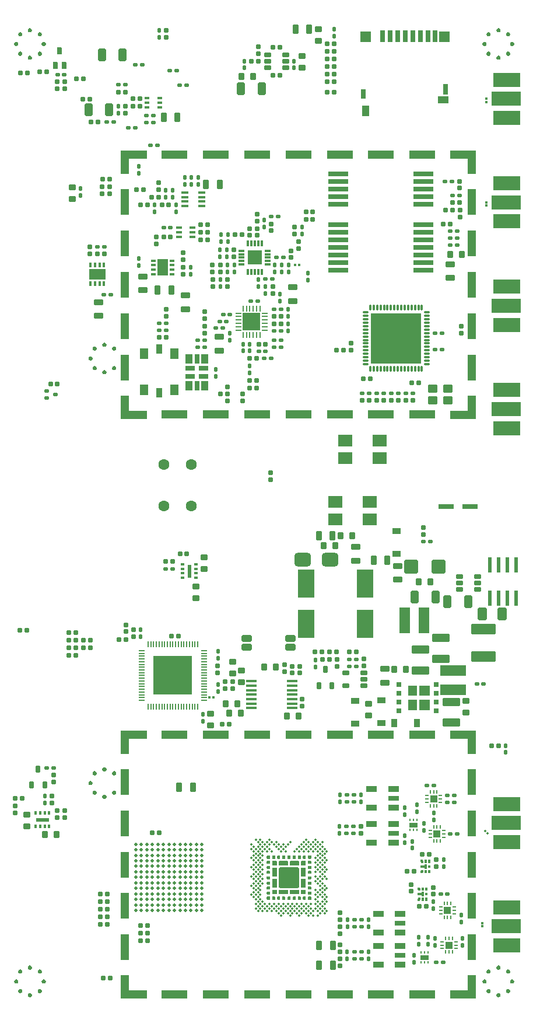
<source format=gtp>
G04*
G04 #@! TF.GenerationSoftware,Altium Limited,Altium Designer,18.1.9 (240)*
G04*
G04 Layer_Color=8421504*
%FSLAX44Y44*%
%MOMM*%
G71*
G01*
G75*
G04:AMPARAMS|DCode=19|XSize=0.5mm|YSize=0.6mm|CornerRadius=0.05mm|HoleSize=0mm|Usage=FLASHONLY|Rotation=0.000|XOffset=0mm|YOffset=0mm|HoleType=Round|Shape=RoundedRectangle|*
%AMROUNDEDRECTD19*
21,1,0.5000,0.5000,0,0,0.0*
21,1,0.4000,0.6000,0,0,0.0*
1,1,0.1000,0.2000,-0.2500*
1,1,0.1000,-0.2000,-0.2500*
1,1,0.1000,-0.2000,0.2500*
1,1,0.1000,0.2000,0.2500*
%
%ADD19ROUNDEDRECTD19*%
G04:AMPARAMS|DCode=20|XSize=0.5mm|YSize=0.6mm|CornerRadius=0.05mm|HoleSize=0mm|Usage=FLASHONLY|Rotation=270.000|XOffset=0mm|YOffset=0mm|HoleType=Round|Shape=RoundedRectangle|*
%AMROUNDEDRECTD20*
21,1,0.5000,0.5000,0,0,270.0*
21,1,0.4000,0.6000,0,0,270.0*
1,1,0.1000,-0.2500,-0.2000*
1,1,0.1000,-0.2500,0.2000*
1,1,0.1000,0.2500,0.2000*
1,1,0.1000,0.2500,-0.2000*
%
%ADD20ROUNDEDRECTD20*%
%ADD21R,0.2500X0.4750*%
%ADD22R,0.4750X0.2500*%
%ADD23R,1.1000X1.1000*%
%ADD24R,1.1000X1.1000*%
G04:AMPARAMS|DCode=25|XSize=0.6mm|YSize=0.6mm|CornerRadius=0.06mm|HoleSize=0mm|Usage=FLASHONLY|Rotation=0.000|XOffset=0mm|YOffset=0mm|HoleType=Round|Shape=RoundedRectangle|*
%AMROUNDEDRECTD25*
21,1,0.6000,0.4800,0,0,0.0*
21,1,0.4800,0.6000,0,0,0.0*
1,1,0.1200,0.2400,-0.2400*
1,1,0.1200,-0.2400,-0.2400*
1,1,0.1200,-0.2400,0.2400*
1,1,0.1200,0.2400,0.2400*
%
%ADD25ROUNDEDRECTD25*%
G04:AMPARAMS|DCode=26|XSize=1mm|YSize=0.9mm|CornerRadius=0.1125mm|HoleSize=0mm|Usage=FLASHONLY|Rotation=270.000|XOffset=0mm|YOffset=0mm|HoleType=Round|Shape=RoundedRectangle|*
%AMROUNDEDRECTD26*
21,1,1.0000,0.6750,0,0,270.0*
21,1,0.7750,0.9000,0,0,270.0*
1,1,0.2250,-0.3375,-0.3875*
1,1,0.2250,-0.3375,0.3875*
1,1,0.2250,0.3375,0.3875*
1,1,0.2250,0.3375,-0.3875*
%
%ADD26ROUNDEDRECTD26*%
G04:AMPARAMS|DCode=27|XSize=1mm|YSize=0.9mm|CornerRadius=0.1125mm|HoleSize=0mm|Usage=FLASHONLY|Rotation=0.000|XOffset=0mm|YOffset=0mm|HoleType=Round|Shape=RoundedRectangle|*
%AMROUNDEDRECTD27*
21,1,1.0000,0.6750,0,0,0.0*
21,1,0.7750,0.9000,0,0,0.0*
1,1,0.2250,0.3875,-0.3375*
1,1,0.2250,-0.3875,-0.3375*
1,1,0.2250,-0.3875,0.3375*
1,1,0.2250,0.3875,0.3375*
%
%ADD27ROUNDEDRECTD27*%
%ADD28R,0.3000X0.6000*%
%ADD29R,1.9500X0.6000*%
G04:AMPARAMS|DCode=30|XSize=0.6mm|YSize=0.6mm|CornerRadius=0.06mm|HoleSize=0mm|Usage=FLASHONLY|Rotation=90.000|XOffset=0mm|YOffset=0mm|HoleType=Round|Shape=RoundedRectangle|*
%AMROUNDEDRECTD30*
21,1,0.6000,0.4800,0,0,90.0*
21,1,0.4800,0.6000,0,0,90.0*
1,1,0.1200,0.2400,0.2400*
1,1,0.1200,0.2400,-0.2400*
1,1,0.1200,-0.2400,-0.2400*
1,1,0.1200,-0.2400,0.2400*
%
%ADD30ROUNDEDRECTD30*%
G04:AMPARAMS|DCode=31|XSize=1.22mm|YSize=0.91mm|CornerRadius=0.1138mm|HoleSize=0mm|Usage=FLASHONLY|Rotation=180.000|XOffset=0mm|YOffset=0mm|HoleType=Round|Shape=RoundedRectangle|*
%AMROUNDEDRECTD31*
21,1,1.2200,0.6825,0,0,180.0*
21,1,0.9925,0.9100,0,0,180.0*
1,1,0.2275,-0.4963,0.3413*
1,1,0.2275,0.4963,0.3413*
1,1,0.2275,0.4963,-0.3413*
1,1,0.2275,-0.4963,-0.3413*
%
%ADD31ROUNDEDRECTD31*%
G04:AMPARAMS|DCode=32|XSize=1.22mm|YSize=0.91mm|CornerRadius=0.1138mm|HoleSize=0mm|Usage=FLASHONLY|Rotation=90.000|XOffset=0mm|YOffset=0mm|HoleType=Round|Shape=RoundedRectangle|*
%AMROUNDEDRECTD32*
21,1,1.2200,0.6825,0,0,90.0*
21,1,0.9925,0.9100,0,0,90.0*
1,1,0.2275,0.3413,0.4963*
1,1,0.2275,0.3413,-0.4963*
1,1,0.2275,-0.3413,-0.4963*
1,1,0.2275,-0.3413,0.4963*
%
%ADD32ROUNDEDRECTD32*%
%ADD33R,2.0000X1.7000*%
G04:AMPARAMS|DCode=34|XSize=1mm|YSize=1.5mm|CornerRadius=0.25mm|HoleSize=0mm|Usage=FLASHONLY|Rotation=270.000|XOffset=0mm|YOffset=0mm|HoleType=Round|Shape=RoundedRectangle|*
%AMROUNDEDRECTD34*
21,1,1.0000,1.0000,0,0,270.0*
21,1,0.5000,1.5000,0,0,270.0*
1,1,0.5000,-0.5000,-0.2500*
1,1,0.5000,-0.5000,0.2500*
1,1,0.5000,0.5000,0.2500*
1,1,0.5000,0.5000,-0.2500*
%
%ADD34ROUNDEDRECTD34*%
%ADD35R,3.7000X1.6000*%
G04:AMPARAMS|DCode=36|XSize=1.8mm|YSize=1.3mm|CornerRadius=0.1625mm|HoleSize=0mm|Usage=FLASHONLY|Rotation=270.000|XOffset=0mm|YOffset=0mm|HoleType=Round|Shape=RoundedRectangle|*
%AMROUNDEDRECTD36*
21,1,1.8000,0.9750,0,0,270.0*
21,1,1.4750,1.3000,0,0,270.0*
1,1,0.3250,-0.4875,-0.7375*
1,1,0.3250,-0.4875,0.7375*
1,1,0.3250,0.4875,0.7375*
1,1,0.3250,0.4875,-0.7375*
%
%ADD36ROUNDEDRECTD36*%
G04:AMPARAMS|DCode=37|XSize=3.6mm|YSize=1.5mm|CornerRadius=0.1875mm|HoleSize=0mm|Usage=FLASHONLY|Rotation=180.000|XOffset=0mm|YOffset=0mm|HoleType=Round|Shape=RoundedRectangle|*
%AMROUNDEDRECTD37*
21,1,3.6000,1.1250,0,0,180.0*
21,1,3.2250,1.5000,0,0,180.0*
1,1,0.3750,-1.6125,0.5625*
1,1,0.3750,1.6125,0.5625*
1,1,0.3750,1.6125,-0.5625*
1,1,0.3750,-1.6125,-0.5625*
%
%ADD37ROUNDEDRECTD37*%
G04:AMPARAMS|DCode=38|XSize=2mm|YSize=2mm|CornerRadius=0.25mm|HoleSize=0mm|Usage=FLASHONLY|Rotation=270.000|XOffset=0mm|YOffset=0mm|HoleType=Round|Shape=RoundedRectangle|*
%AMROUNDEDRECTD38*
21,1,2.0000,1.5000,0,0,270.0*
21,1,1.5000,2.0000,0,0,270.0*
1,1,0.5000,-0.7500,-0.7500*
1,1,0.5000,-0.7500,0.7500*
1,1,0.5000,0.7500,0.7500*
1,1,0.5000,0.7500,-0.7500*
%
%ADD38ROUNDEDRECTD38*%
%ADD39R,2.3500X4.1500*%
G04:AMPARAMS|DCode=40|XSize=0.6mm|YSize=1mm|CornerRadius=0.075mm|HoleSize=0mm|Usage=FLASHONLY|Rotation=90.000|XOffset=0mm|YOffset=0mm|HoleType=Round|Shape=RoundedRectangle|*
%AMROUNDEDRECTD40*
21,1,0.6000,0.8500,0,0,90.0*
21,1,0.4500,1.0000,0,0,90.0*
1,1,0.1500,0.4250,0.2250*
1,1,0.1500,0.4250,-0.2250*
1,1,0.1500,-0.4250,-0.2250*
1,1,0.1500,-0.4250,0.2250*
%
%ADD40ROUNDEDRECTD40*%
G04:AMPARAMS|DCode=41|XSize=1.3mm|YSize=0.8mm|CornerRadius=0.1mm|HoleSize=0mm|Usage=FLASHONLY|Rotation=270.000|XOffset=0mm|YOffset=0mm|HoleType=Round|Shape=RoundedRectangle|*
%AMROUNDEDRECTD41*
21,1,1.3000,0.6000,0,0,270.0*
21,1,1.1000,0.8000,0,0,270.0*
1,1,0.2000,-0.3000,-0.5500*
1,1,0.2000,-0.3000,0.5500*
1,1,0.2000,0.3000,0.5500*
1,1,0.2000,0.3000,-0.5500*
%
%ADD41ROUNDEDRECTD41*%
G04:AMPARAMS|DCode=42|XSize=1.3mm|YSize=0.8mm|CornerRadius=0.1mm|HoleSize=0mm|Usage=FLASHONLY|Rotation=0.000|XOffset=0mm|YOffset=0mm|HoleType=Round|Shape=RoundedRectangle|*
%AMROUNDEDRECTD42*
21,1,1.3000,0.6000,0,0,0.0*
21,1,1.1000,0.8000,0,0,0.0*
1,1,0.2000,0.5500,-0.3000*
1,1,0.2000,-0.5500,-0.3000*
1,1,0.2000,-0.5500,0.3000*
1,1,0.2000,0.5500,0.3000*
%
%ADD42ROUNDEDRECTD42*%
%ADD43R,2.2000X0.8000*%
G04:AMPARAMS|DCode=44|XSize=0.6mm|YSize=1mm|CornerRadius=0.075mm|HoleSize=0mm|Usage=FLASHONLY|Rotation=0.000|XOffset=0mm|YOffset=0mm|HoleType=Round|Shape=RoundedRectangle|*
%AMROUNDEDRECTD44*
21,1,0.6000,0.8500,0,0,0.0*
21,1,0.4500,1.0000,0,0,0.0*
1,1,0.1500,0.2250,-0.4250*
1,1,0.1500,-0.2250,-0.4250*
1,1,0.1500,-0.2250,0.4250*
1,1,0.1500,0.2250,0.4250*
%
%ADD44ROUNDEDRECTD44*%
%ADD45R,0.7000X0.7000*%
%ADD46R,0.5500X2.2000*%
%ADD47R,1.5000X0.3500*%
G04:AMPARAMS|DCode=48|XSize=2.6mm|YSize=1.15mm|CornerRadius=0.1438mm|HoleSize=0mm|Usage=FLASHONLY|Rotation=0.000|XOffset=0mm|YOffset=0mm|HoleType=Round|Shape=RoundedRectangle|*
%AMROUNDEDRECTD48*
21,1,2.6000,0.8625,0,0,0.0*
21,1,2.3125,1.1500,0,0,0.0*
1,1,0.2875,1.1563,-0.4313*
1,1,0.2875,-1.1563,-0.4313*
1,1,0.2875,-1.1563,0.4313*
1,1,0.2875,1.1563,0.4313*
%
%ADD48ROUNDEDRECTD48*%
G04:AMPARAMS|DCode=49|XSize=1.8mm|YSize=1.15mm|CornerRadius=0.1438mm|HoleSize=0mm|Usage=FLASHONLY|Rotation=90.000|XOffset=0mm|YOffset=0mm|HoleType=Round|Shape=RoundedRectangle|*
%AMROUNDEDRECTD49*
21,1,1.8000,0.8625,0,0,90.0*
21,1,1.5125,1.1500,0,0,90.0*
1,1,0.2875,0.4313,0.7563*
1,1,0.2875,0.4313,-0.7563*
1,1,0.2875,-0.4313,-0.7563*
1,1,0.2875,-0.4313,0.7563*
%
%ADD49ROUNDEDRECTD49*%
%ADD50R,1.0013X1.5019*%
%ADD51R,1.5000X1.0000*%
%ADD52R,0.8004X1.4006*%
%ADD53R,0.8006X1.5011*%
%ADD54R,1.5018X1.5018*%
%ADD55R,1.5009X1.5009*%
%ADD56R,0.7011X1.7526*%
%ADD57R,0.7007X1.7518*%
%ADD58R,0.7002X1.7504*%
%ADD59R,0.7010X1.7525*%
%ADD60R,0.7009X1.7522*%
%ADD61R,0.7006X1.7516*%
%ADD62R,0.7012X1.7530*%
%ADD63R,0.7002X1.7504*%
%ADD64R,0.6000X1.9500*%
%ADD65R,0.6000X0.3000*%
G04:AMPARAMS|DCode=66|XSize=2.4mm|YSize=2mm|CornerRadius=0.5mm|HoleSize=0mm|Usage=FLASHONLY|Rotation=0.000|XOffset=0mm|YOffset=0mm|HoleType=Round|Shape=RoundedRectangle|*
%AMROUNDEDRECTD66*
21,1,2.4000,1.0000,0,0,0.0*
21,1,1.4000,2.0000,0,0,0.0*
1,1,1.0000,0.7000,-0.5000*
1,1,1.0000,-0.7000,-0.5000*
1,1,1.0000,-0.7000,0.5000*
1,1,1.0000,0.7000,0.5000*
%
%ADD66ROUNDEDRECTD66*%
%ADD67R,0.7000X0.4500*%
%ADD68O,0.9000X0.2500*%
%ADD69O,0.2500X0.9000*%
%ADD70R,2.5000X2.5000*%
%ADD71R,0.3000X0.3500*%
%ADD72R,2.1000X2.1000*%
%ADD73R,0.8500X0.3000*%
%ADD74R,0.3000X0.8500*%
G04:AMPARAMS|DCode=75|XSize=0.31mm|YSize=0.3mm|CornerRadius=0mm|HoleSize=0mm|Usage=FLASHONLY|Rotation=135.000|XOffset=0mm|YOffset=0mm|HoleType=Round|Shape=Rectangle|*
%AMROTATEDRECTD75*
4,1,4,0.2157,-0.0035,0.0035,-0.2157,-0.2157,0.0035,-0.0035,0.2157,0.2157,-0.0035,0.0*
%
%ADD75ROTATEDRECTD75*%

%ADD76R,0.3000X0.3100*%
%ADD77R,7.4000X7.4000*%
%ADD78O,0.3000X0.8500*%
%ADD79O,0.8500X0.3000*%
%ADD80R,1.0000X0.4000*%
%ADD81R,0.8500X0.4000*%
%ADD82R,4.0000X2.0000*%
%ADD83R,4.2500X2.0000*%
%ADD84R,1.6500X0.9000*%
%ADD85R,1.6500X0.7600*%
%ADD86R,0.9000X1.4000*%
%ADD87R,1.2000X1.5000*%
%ADD88R,1.0000X1.3500*%
%ADD89R,1.3500X0.7000*%
%ADD90R,0.7000X1.3500*%
G04:AMPARAMS|DCode=91|XSize=1.4mm|YSize=1.2mm|CornerRadius=0.15mm|HoleSize=0mm|Usage=FLASHONLY|Rotation=180.000|XOffset=0mm|YOffset=0mm|HoleType=Round|Shape=RoundedRectangle|*
%AMROUNDEDRECTD91*
21,1,1.4000,0.9000,0,0,180.0*
21,1,1.1000,1.2000,0,0,180.0*
1,1,0.3000,-0.5500,0.4500*
1,1,0.3000,0.5500,0.4500*
1,1,0.3000,0.5500,-0.4500*
1,1,0.3000,-0.5500,-0.4500*
%
%ADD91ROUNDEDRECTD91*%
%ADD92R,0.4000X0.7000*%
%ADD93R,0.3600X0.4500*%
%ADD94R,0.7500X0.4500*%
%ADD95R,0.2000X0.2000*%
%ADD96C,0.3500*%
%ADD97R,3.8000X1.2000*%
%ADD98R,1.2000X3.8000*%
%ADD99R,1.2000X3.3500*%
%ADD100R,3.8500X1.2000*%
%ADD101C,0.5000*%
%ADD102C,1.6000*%
%ADD103R,3.0000X0.8000*%
G04:AMPARAMS|DCode=104|XSize=0.7mm|YSize=1mm|CornerRadius=0.0875mm|HoleSize=0mm|Usage=FLASHONLY|Rotation=0.000|XOffset=0mm|YOffset=0mm|HoleType=Round|Shape=RoundedRectangle|*
%AMROUNDEDRECTD104*
21,1,0.7000,0.8250,0,0,0.0*
21,1,0.5250,1.0000,0,0,0.0*
1,1,0.1750,0.2625,-0.4125*
1,1,0.1750,-0.2625,-0.4125*
1,1,0.1750,-0.2625,0.4125*
1,1,0.1750,0.2625,0.4125*
%
%ADD104ROUNDEDRECTD104*%
%ADD105R,5.5500X5.5500*%
%ADD106R,0.2000X0.9000*%
%ADD107R,0.9000X0.2000*%
G04:AMPARAMS|DCode=108|XSize=0.5mm|YSize=0.6mm|CornerRadius=0.0625mm|HoleSize=0mm|Usage=FLASHONLY|Rotation=270.000|XOffset=0mm|YOffset=0mm|HoleType=Round|Shape=RoundedRectangle|*
%AMROUNDEDRECTD108*
21,1,0.5000,0.4750,0,0,270.0*
21,1,0.3750,0.6000,0,0,270.0*
1,1,0.1250,-0.2375,-0.1875*
1,1,0.1250,-0.2375,0.1875*
1,1,0.1250,0.2375,0.1875*
1,1,0.1250,0.2375,-0.1875*
%
%ADD108ROUNDEDRECTD108*%
%ADD109R,1.2000X0.7000*%
%ADD110R,0.2500X0.3500*%
%ADD111R,1.6000X2.3500*%
%ADD112R,0.7000X0.3000*%
%ADD113R,1.6000X3.7000*%
%ADD114R,2.3500X1.6000*%
%ADD115R,0.3000X0.7000*%
G36*
X158841Y311151D02*
X159263Y310729D01*
X159685Y310307D01*
X160142Y309205D01*
Y308011D01*
X159685Y306909D01*
X159263Y306487D01*
X158841Y306065D01*
X157739Y305608D01*
X156545D01*
X155443Y306065D01*
X155021Y306487D01*
X154599Y306909D01*
X154142Y308011D01*
Y309205D01*
X154599Y310307D01*
X155021Y310729D01*
X155443Y311151D01*
X156545Y311608D01*
X157739D01*
X158841Y311151D01*
D02*
G37*
G36*
X130557D02*
X130979Y310729D01*
X131401Y310307D01*
X131858Y309205D01*
Y308011D01*
X131401Y306909D01*
X130979Y306487D01*
X130557Y306065D01*
X129454Y305608D01*
X128261D01*
X127158Y306065D01*
X126736Y306487D01*
X126314Y306909D01*
X125858Y308011D01*
Y309205D01*
X126314Y310307D01*
X126736Y310729D01*
X127158Y311151D01*
X128261Y311608D01*
X129454D01*
X130557Y311151D01*
D02*
G37*
G36*
X144699Y305293D02*
X145543Y304450D01*
X146000Y303347D01*
Y302750D01*
Y302153D01*
X145543Y301051D01*
X144699Y300207D01*
X143597Y299750D01*
X142403D01*
X141300Y300207D01*
X140456Y301051D01*
X140000Y302153D01*
Y302750D01*
Y303347D01*
X140456Y304450D01*
X141300Y305293D01*
X142403Y305750D01*
X143597D01*
X144699Y305293D01*
D02*
G37*
G36*
X434469Y217689D02*
X434668Y217689D01*
X435037Y217537D01*
X435319Y217255D01*
X435471Y216886D01*
Y216687D01*
X435471Y213690D01*
X435471Y213690D01*
X435471Y213491D01*
X435319Y213123D01*
X435037Y212842D01*
X434670Y212690D01*
X434471Y212689D01*
X432219Y212690D01*
X432219Y212690D01*
X432020Y212690D01*
X431654Y212842D01*
X431373Y213123D01*
X431221Y213489D01*
X431221Y213688D01*
X431219Y216687D01*
X431219D01*
X431219Y216887D01*
X431371Y217255D01*
X431653Y217537D01*
X432021Y217689D01*
X432220Y217689D01*
X434469Y217689D01*
X434469Y217689D01*
D02*
G37*
G36*
X389972Y217687D02*
X390172Y217687D01*
X390540Y217535D01*
X390822Y217253D01*
X390974Y216884D01*
X390974Y216685D01*
X390974D01*
X390972Y213685D01*
X390972Y213487D01*
X390820Y213120D01*
X390539Y212840D01*
X390172Y212688D01*
X389974Y212688D01*
X389974Y212688D01*
X387722Y212687D01*
X387523Y212687D01*
X387155Y212840D01*
X386874Y213121D01*
X386721Y213489D01*
X386721Y213688D01*
X386721Y213688D01*
X386722Y216685D01*
Y216884D01*
X386874Y217253D01*
X387156Y217535D01*
X387525Y217687D01*
X387724Y217687D01*
X387724Y217687D01*
X389972Y217687D01*
D02*
G37*
G36*
X427221Y217685D02*
X427221Y217685D01*
X427420Y217685D01*
X427786Y217533D01*
X428067Y217253D01*
X428219Y216886D01*
X428219Y216687D01*
X428221Y213688D01*
X428221D01*
X428221Y213488D01*
X428069Y213120D01*
X427787Y212838D01*
X427419Y212686D01*
X427220Y212686D01*
X424972Y212686D01*
X424971Y212686D01*
X424772Y212686D01*
X424403Y212838D01*
X424122Y213120D01*
X423969Y213489D01*
Y213688D01*
X423969Y216685D01*
X423969Y216685D01*
X423969Y216884D01*
X424121Y217251D01*
X424403Y217533D01*
X424770Y217685D01*
X424969Y217686D01*
X427221Y217685D01*
D02*
G37*
G36*
X419970Y217684D02*
X419970Y217684D01*
X420168Y217684D01*
X420535Y217532D01*
X420816Y217252D01*
X420968Y216885D01*
X420968Y216686D01*
X420970Y213687D01*
X420969Y213687D01*
X420970Y213487D01*
X420817Y213119D01*
X420536Y212837D01*
X420168Y212685D01*
X419968Y212685D01*
X417720Y212685D01*
X417720Y212685D01*
X417521Y212685D01*
X417152Y212837D01*
X416870Y213119D01*
X416717Y213488D01*
Y213687D01*
X416717Y216684D01*
X416717Y216684D01*
X416717Y216883D01*
X416870Y217250D01*
X417151Y217532D01*
X417519Y217684D01*
X417718Y217685D01*
X419970Y217684D01*
D02*
G37*
G36*
X412219Y217683D02*
X412218Y217683D01*
X412417Y217683D01*
X412784Y217531D01*
X413064Y217251D01*
X413216Y216884D01*
X413217Y216686D01*
X413218Y213686D01*
X413218D01*
X413218Y213486D01*
X413066Y213118D01*
X412785Y212836D01*
X412416Y212684D01*
X412217Y212684D01*
X409969Y212684D01*
X409969Y212684D01*
X409769Y212684D01*
X409401Y212836D01*
X409119Y213118D01*
X408966Y213487D01*
Y213686D01*
X408966Y216683D01*
X408966Y216683D01*
X408966Y216882D01*
X409119Y217250D01*
X409400Y217531D01*
X409767Y217684D01*
X409967Y217684D01*
X412219Y217683D01*
D02*
G37*
G36*
X442218Y217690D02*
X442218Y217690D01*
X442467Y217690D01*
X442928Y217499D01*
X443280Y217147D01*
X443471Y216686D01*
X443471Y216437D01*
X443471Y213940D01*
X443471Y213940D01*
X443471Y213692D01*
X443281Y213232D01*
X442930Y212881D01*
X442471Y212691D01*
X442222Y212691D01*
X439718Y212690D01*
X439718Y212690D01*
X439470Y212690D01*
X439012Y212880D01*
X438662Y213231D01*
X438472Y213689D01*
Y213937D01*
X438471Y216440D01*
X438471D01*
X438471Y216688D01*
X438662Y217148D01*
X439014Y217500D01*
X439473Y217691D01*
X439722Y217691D01*
X442218Y217690D01*
D02*
G37*
G36*
X382467Y217688D02*
X382467Y217688D01*
X382717Y217688D01*
X383178Y217497D01*
X383530Y217145D01*
X383721Y216684D01*
X383721Y216434D01*
X383721Y213938D01*
X383721Y213938D01*
X383721Y213689D01*
X383531Y213230D01*
X383180Y212878D01*
X382721Y212688D01*
X382472Y212688D01*
X379968Y212687D01*
X379968Y212688D01*
X379720Y212688D01*
X379262Y212878D01*
X378912Y213228D01*
X378722Y213686D01*
Y213934D01*
X378721Y216437D01*
X378721D01*
X378721Y216686D01*
X378912Y217146D01*
X379264Y217498D01*
X379723Y217688D01*
X379972Y217689D01*
X382467Y217688D01*
D02*
G37*
G36*
X397423Y217683D02*
X397790Y217531D01*
X398072Y217249D01*
X398224Y216882D01*
X398224Y216683D01*
X398224Y216683D01*
X398224Y213686D01*
Y213486D01*
X398071Y213118D01*
X397789Y212836D01*
X397421Y212684D01*
X397221Y212684D01*
X397221Y212684D01*
X394973Y212684D01*
X394774Y212684D01*
X394406Y212836D01*
X394124Y213118D01*
X393972Y213486D01*
X393972Y213685D01*
X393972Y213685D01*
X393974Y216685D01*
X393974Y216884D01*
X394126Y217250D01*
X394407Y217531D01*
X394773Y217683D01*
X394972Y217683D01*
X394972Y217683D01*
X397224Y217683D01*
X397423Y217683D01*
D02*
G37*
G36*
X404674Y217682D02*
X405042Y217530D01*
X405323Y217248D01*
X405475Y216881D01*
X405476Y216682D01*
X405476Y216682D01*
X405475Y213685D01*
Y213486D01*
X405323Y213117D01*
X405041Y212835D01*
X404672Y212683D01*
X404473Y212683D01*
X404473Y212683D01*
X402225Y212683D01*
X402025Y212683D01*
X401657Y212835D01*
X401375Y213117D01*
X401223Y213485D01*
X401223Y213685D01*
X401223D01*
X401225Y216684D01*
X401225Y216883D01*
X401377Y217249D01*
X401658Y217530D01*
X402025Y217682D01*
X402223Y217682D01*
X402223Y217682D01*
X404475Y217682D01*
X404674Y217682D01*
D02*
G37*
G36*
X393141Y209581D02*
X393422Y209300D01*
X393574Y208932D01*
X393574Y208734D01*
X393574Y208733D01*
X393574Y203983D01*
X393574Y203785D01*
X393422Y203417D01*
X393140Y203136D01*
X392773Y202984D01*
X392574Y202984D01*
X392574Y202984D01*
X387824Y202984D01*
X387625Y202984D01*
X387258Y203137D01*
X386977Y203418D01*
X386824Y203785D01*
X386824Y203984D01*
X386824Y203984D01*
X386824Y208733D01*
X386824Y208932D01*
X386977Y209300D01*
X387258Y209581D01*
X387626Y209733D01*
X387825Y209733D01*
X387825Y209733D01*
X392575Y209733D01*
X392774Y209733D01*
X393141Y209581D01*
D02*
G37*
G36*
X442468Y209690D02*
X442667Y209690D01*
X443035Y209537D01*
X443316Y209256D01*
X443469Y208888D01*
X443469Y208689D01*
X443469Y206437D01*
X443468Y206437D01*
X443468Y206239D01*
X443316Y205872D01*
X443036Y205592D01*
X442669Y205439D01*
X442471Y205439D01*
X439471Y205438D01*
X439471Y205438D01*
X439272Y205438D01*
X438903Y205590D01*
X438621Y205872D01*
X438469Y206240D01*
X438469Y206439D01*
X438469Y208687D01*
X438469Y208687D01*
X438469Y208887D01*
X438622Y209255D01*
X438904Y209537D01*
X439272Y209690D01*
X439472D01*
X442468Y209690D01*
X442468Y209690D01*
D02*
G37*
G36*
X382718Y209688D02*
X382917Y209688D01*
X383285Y209535D01*
X383566Y209254D01*
X383718Y208886D01*
X383719Y208687D01*
X383718Y206435D01*
X383718Y206435D01*
X383718Y206237D01*
X383566Y205870D01*
X383286Y205589D01*
X382919Y205437D01*
X382720Y205437D01*
X379721Y205436D01*
X379721Y205436D01*
X379521Y205435D01*
X379153Y205587D01*
X378871Y205869D01*
X378719Y206237D01*
X378719Y206437D01*
X378719Y208685D01*
X378719Y208685D01*
X378719Y208884D01*
X378871Y209253D01*
X379153Y209535D01*
X379522Y209687D01*
X379721D01*
X382718Y209688D01*
X382718Y209688D01*
D02*
G37*
G36*
X413574Y209733D02*
X424574Y209733D01*
X424574Y209733D01*
X424773Y209732D01*
X425140Y209580D01*
X425421Y209299D01*
X425574Y208932D01*
X425574Y208733D01*
X425574Y203982D01*
X425574Y203982D01*
X425574Y203783D01*
X425421Y203416D01*
X425140Y203135D01*
X424772Y202983D01*
X424574Y202983D01*
X413573Y202983D01*
X413573Y202983D01*
X413375Y202983D01*
X413007Y203135D01*
X412726Y203416D01*
X412574Y203784D01*
X412574Y203983D01*
X412574Y208733D01*
Y208733D01*
X412574Y208932D01*
X412726Y209300D01*
X413007Y209581D01*
X413375Y209733D01*
X413574Y209733D01*
D02*
G37*
G36*
X434325D02*
X434524Y209733D01*
X434892Y209581D01*
X435173Y209299D01*
X435325Y208931D01*
X435324Y208732D01*
X435324Y208732D01*
X435325Y203983D01*
X435325Y203784D01*
X435173Y203416D01*
X434891Y203135D01*
X434524Y202983D01*
X434325Y202983D01*
X434325Y202983D01*
X429575Y202983D01*
X429376Y202983D01*
X429009Y203136D01*
X428727Y203417D01*
X428575Y203785D01*
X428576Y203983D01*
X428575Y203983D01*
X428576Y208734D01*
X428576Y208932D01*
X428728Y209300D01*
X429009Y209581D01*
X429377Y209733D01*
X429575Y209733D01*
X429575Y209734D01*
X434325Y209733D01*
D02*
G37*
G36*
X409141Y209581D02*
X409422Y209299D01*
X409574Y208932D01*
X409574Y208733D01*
X409574Y208733D01*
X409574Y203982D01*
X409574Y203783D01*
X409422Y203416D01*
X409141Y203135D01*
X408773Y202983D01*
X408575Y202983D01*
X408574Y202983D01*
X397575Y202983D01*
X397376Y202983D01*
X397008Y203135D01*
X396727Y203416D01*
X396574Y203783D01*
X396574Y203982D01*
X396574Y203982D01*
X396574Y208732D01*
X396574Y208931D01*
X396726Y209299D01*
X397008Y209580D01*
X397375Y209732D01*
X397574Y209732D01*
X397574Y209732D01*
X408574Y209733D01*
X408773Y209733D01*
X409141Y209581D01*
D02*
G37*
G36*
X443038Y202287D02*
X443320Y202006D01*
X443473Y201637D01*
X443472Y201438D01*
X443473Y199190D01*
X443473Y199190D01*
X443473Y198990D01*
X443320Y198622D01*
X443038Y198340D01*
X442670Y198187D01*
X442470D01*
X439473Y198187D01*
X439473Y198187D01*
X439274Y198187D01*
X438907Y198340D01*
X438625Y198621D01*
X438473Y198989D01*
X438473Y199188D01*
X438473Y201440D01*
X438473Y201440D01*
X438473Y201638D01*
X438625Y202005D01*
X438906Y202285D01*
X439272Y202438D01*
X439471Y202438D01*
X442471Y202439D01*
X442471Y202439D01*
X442670Y202439D01*
X443038Y202287D01*
D02*
G37*
G36*
X383288Y202285D02*
X383570Y202003D01*
X383722Y201635D01*
X383722Y201436D01*
X383722Y199188D01*
X383722Y199188D01*
X383722Y198988D01*
X383570Y198620D01*
X383288Y198338D01*
X382919Y198185D01*
X382720D01*
X379723Y198185D01*
X379723Y198185D01*
X379524Y198185D01*
X379157Y198337D01*
X378875Y198619D01*
X378723Y198986D01*
X378722Y199185D01*
X378723Y201437D01*
X378723Y201437D01*
X378723Y201636D01*
X378875Y202002D01*
X379156Y202283D01*
X379522Y202435D01*
X379721Y202435D01*
X382720Y202437D01*
X382720Y202437D01*
X382920Y202437D01*
X383288Y202285D01*
D02*
G37*
G36*
X423075Y200483D02*
X423671Y200483D01*
X424774Y200026D01*
X425618Y199182D01*
X426074Y198079D01*
X426074Y197483D01*
X426075Y173483D01*
X426075Y173483D01*
X426075Y172887D01*
X425618Y171784D01*
X424774Y170940D01*
X423671Y170483D01*
X423075Y170483D01*
X399074Y170483D01*
X399074Y170483D01*
X398478Y170483D01*
X397375Y170940D01*
X396531Y171784D01*
X396075Y172887D01*
X396075Y173483D01*
X396074Y197483D01*
X396074Y197483D01*
X396074Y198079D01*
X396531Y199182D01*
X397375Y200026D01*
X398478Y200483D01*
X399074Y200483D01*
X423075Y200483D01*
X423075Y200483D01*
D02*
G37*
G36*
X443039Y195036D02*
X443321Y194754D01*
X443474Y194386D01*
X443473Y194187D01*
X443474Y191939D01*
X443474Y191939D01*
X443474Y191739D01*
X443321Y191371D01*
X443039Y191089D01*
X442671Y190936D01*
X442471D01*
X439474Y190936D01*
X439474Y190936D01*
X439275Y190936D01*
X438908Y191088D01*
X438626Y191370D01*
X438474Y191737D01*
X438474Y191936D01*
X438474Y194188D01*
X438474Y194188D01*
X438474Y194387D01*
X438626Y194753D01*
X438907Y195034D01*
X439273Y195186D01*
X439472Y195187D01*
X442472Y195188D01*
X442472Y195188D01*
X442671Y195188D01*
X443039Y195036D01*
D02*
G37*
G36*
X383289Y195034D02*
X383571Y194752D01*
X383723Y194384D01*
X383723Y194184D01*
X383723Y191936D01*
X383723Y191936D01*
X383723Y191737D01*
X383571Y191368D01*
X383289Y191086D01*
X382920Y190934D01*
X382721D01*
X379724Y190933D01*
X379724Y190933D01*
X379525Y190934D01*
X379158Y191086D01*
X378876Y191367D01*
X378724Y191735D01*
X378723Y191934D01*
X378724Y194186D01*
X378724Y194186D01*
X378724Y194384D01*
X378876Y194751D01*
X379156Y195032D01*
X379523Y195184D01*
X379722Y195184D01*
X382721Y195186D01*
X382721Y195186D01*
X382921Y195186D01*
X383289Y195034D01*
D02*
G37*
G36*
X443040Y187285D02*
X443322Y187003D01*
X443474Y186635D01*
X443474Y186436D01*
X443475Y184187D01*
X443474Y184187D01*
X443475Y183988D01*
X443322Y183619D01*
X443040Y183337D01*
X442671Y183185D01*
X442472D01*
X439475Y183185D01*
X439475Y183185D01*
X439276Y183185D01*
X438909Y183337D01*
X438627Y183619D01*
X438475Y183986D01*
X438475Y184185D01*
X438475Y186437D01*
X438475Y186437D01*
X438475Y186635D01*
X438627Y187002D01*
X438908Y187283D01*
X439274Y187435D01*
X439473Y187435D01*
X442473Y187437D01*
X442472Y187437D01*
X442672Y187437D01*
X443040Y187285D01*
D02*
G37*
G36*
X383290Y187282D02*
X383572Y187001D01*
X383724Y186632D01*
X383724Y186433D01*
X383724Y184185D01*
X383724Y184185D01*
X383724Y183986D01*
X383572Y183617D01*
X383290Y183335D01*
X382921Y183182D01*
X382722D01*
X379725Y183182D01*
X379725Y183182D01*
X379526Y183182D01*
X379159Y183335D01*
X378877Y183616D01*
X378725Y183984D01*
X378724Y184183D01*
X378725Y186435D01*
X378725Y186435D01*
X378725Y186633D01*
X378877Y187000D01*
X379157Y187281D01*
X379524Y187433D01*
X379723Y187433D01*
X382722Y187434D01*
X382722Y187434D01*
X382922Y187435D01*
X383290Y187282D01*
D02*
G37*
G36*
X434324Y199983D02*
X434523Y199983D01*
X434890Y199831D01*
X435172Y199550D01*
X435324Y199182D01*
X435324Y198983D01*
X435324Y198983D01*
X435324Y187983D01*
X435325Y187784D01*
X435172Y187417D01*
X434891Y187135D01*
X434523Y186983D01*
X434324Y186983D01*
X434324D01*
X429574Y186983D01*
X429375Y186983D01*
X429008Y187135D01*
X428726Y187416D01*
X428574Y187784D01*
X428575Y187983D01*
X428574Y187983D01*
X428574Y198983D01*
X428574Y199182D01*
X428726Y199549D01*
X429007Y199831D01*
X429375Y199983D01*
X429574Y199983D01*
X429574Y199983D01*
X434324Y199983D01*
D02*
G37*
G36*
X387825Y199982D02*
X387825Y199982D01*
X392575Y199982D01*
X392774Y199982D01*
X393141Y199830D01*
X393423Y199549D01*
X393575Y199182D01*
X393574Y198983D01*
X393575Y198983D01*
X393574Y187983D01*
X393575Y187784D01*
X393423Y187416D01*
X393142Y187135D01*
X392774Y186982D01*
X392575Y186982D01*
X392575Y186982D01*
X387825Y186982D01*
X387626Y186982D01*
X387259Y187135D01*
X386977Y187416D01*
X386825Y187783D01*
X386825Y187982D01*
Y187982D01*
X386825Y198982D01*
X386825Y199181D01*
X386977Y199549D01*
X387258Y199830D01*
X387626Y199982D01*
X387825Y199982D01*
D02*
G37*
G36*
X442473Y179694D02*
X442673D01*
X443041Y179541D01*
X443323Y179259D01*
X443476Y178891D01*
X443476Y178691D01*
X443476Y178691D01*
X443475Y176443D01*
X443476Y176244D01*
X443323Y175875D01*
X443041Y175594D01*
X442673Y175442D01*
X442474Y175442D01*
X442474Y175442D01*
X439474Y175443D01*
X439276Y175443D01*
X438909Y175596D01*
X438628Y175876D01*
X438476Y176243D01*
X438476Y176442D01*
X438476Y176441D01*
X438476Y178694D01*
X438476Y178892D01*
X438629Y179260D01*
X438910Y179541D01*
X439278Y179694D01*
X439477Y179694D01*
X439476Y179694D01*
X442473Y179694D01*
D02*
G37*
G36*
X382723Y179692D02*
X382923D01*
X383291Y179539D01*
X383573Y179257D01*
X383726Y178888D01*
X383726Y178689D01*
X383726Y178689D01*
X383725Y176441D01*
X383725Y176241D01*
X383573Y175873D01*
X383291Y175592D01*
X382923Y175439D01*
X382724Y175440D01*
X382724Y175440D01*
X379724Y175441D01*
X379525Y175441D01*
X379159Y175593D01*
X378878Y175874D01*
X378726Y176241D01*
X378726Y176439D01*
X378726Y176439D01*
X378726Y178691D01*
X378726Y178890D01*
X378878Y179258D01*
X379160Y179539D01*
X379527Y179692D01*
X379726Y179692D01*
X379726Y179692D01*
X382723Y179692D01*
D02*
G37*
G36*
X434324Y183983D02*
X434523Y183983D01*
X434890Y183831D01*
X435172Y183550D01*
X435324Y183182D01*
X435324Y182983D01*
X435324Y182984D01*
X435324Y171984D01*
X435324Y171784D01*
X435172Y171417D01*
X434891Y171135D01*
X434523Y170983D01*
X434324Y170983D01*
X434324D01*
X429574Y170984D01*
X429375Y170984D01*
X429007Y171136D01*
X428726Y171417D01*
X428574Y171784D01*
X428574Y171983D01*
X428574Y171983D01*
X428574Y182983D01*
X428574Y183182D01*
X428726Y183549D01*
X429007Y183831D01*
X429375Y183983D01*
X429574Y183983D01*
X429574Y183983D01*
X434324Y183983D01*
D02*
G37*
G36*
X387825Y183983D02*
X387825Y183983D01*
X392575Y183982D01*
X392774Y183983D01*
X393141Y183830D01*
X393423Y183549D01*
X393574Y183182D01*
X393574Y182983D01*
X393574Y182983D01*
X393574Y171983D01*
X393574Y171784D01*
X393423Y171416D01*
X393141Y171135D01*
X392774Y170983D01*
X392575Y170982D01*
X392575Y170982D01*
X387825Y170983D01*
X387626Y170983D01*
X387259Y171135D01*
X386977Y171416D01*
X386825Y171784D01*
X386825Y171982D01*
Y171982D01*
X386825Y182983D01*
X386824Y183181D01*
X386977Y183549D01*
X387258Y183831D01*
X387626Y183983D01*
X387825Y183983D01*
D02*
G37*
G36*
X442472Y172442D02*
X442672D01*
X443040Y172290D01*
X443322Y172008D01*
X443475Y171639D01*
X443475Y171440D01*
X443475Y171440D01*
X443475Y169192D01*
X443475Y168993D01*
X443322Y168624D01*
X443041Y168342D01*
X442672Y168190D01*
X442473Y168191D01*
Y168190D01*
X439473Y168192D01*
X439275Y168192D01*
X438908Y168344D01*
X438627Y168625D01*
X438475Y168992D01*
X438475Y169190D01*
X438475Y169190D01*
X438475Y171442D01*
X438475Y171641D01*
X438628Y172009D01*
X438909Y172290D01*
X439277Y172443D01*
X439476Y172443D01*
X439476Y172443D01*
X442472Y172442D01*
D02*
G37*
G36*
X382722Y172440D02*
X382922D01*
X383290Y172288D01*
X383572Y172006D01*
X383725Y171637D01*
X383725Y171438D01*
X383725Y171438D01*
X383724Y169189D01*
X383725Y168990D01*
X383572Y168622D01*
X383290Y168340D01*
X382922Y168188D01*
X382723Y168188D01*
X382723Y168188D01*
X379723Y168190D01*
X379524Y168190D01*
X379158Y168342D01*
X378877Y168623D01*
X378725Y168990D01*
X378725Y169188D01*
X378725Y169188D01*
X378725Y171440D01*
X378725Y171639D01*
X378877Y172006D01*
X379159Y172288D01*
X379526Y172440D01*
X379725Y172440D01*
X379725Y172440D01*
X382722Y172440D01*
D02*
G37*
G36*
X424574Y167983D02*
X424773Y167983D01*
X425141Y167831D01*
X425422Y167550D01*
X425575Y167182D01*
X425575Y166984D01*
X425575Y166984D01*
X425575Y162233D01*
X425575Y162034D01*
X425422Y161667D01*
X425141Y161386D01*
X424774Y161234D01*
X424575Y161233D01*
X424575D01*
X413575Y161233D01*
X413376Y161233D01*
X413008Y161385D01*
X412727Y161666D01*
X412575Y162034D01*
X412575Y162233D01*
Y162233D01*
X412575Y166984D01*
X412575Y167182D01*
X412727Y167550D01*
X413008Y167831D01*
X413376Y167983D01*
X413574Y167983D01*
X413574Y167983D01*
X424574Y167983D01*
D02*
G37*
G36*
X408576Y167982D02*
X408774Y167983D01*
X409142Y167831D01*
X409423Y167549D01*
X409575Y167182D01*
X409575Y166983D01*
X409575Y162233D01*
X409575Y162232D01*
X409575Y162034D01*
X409423Y161666D01*
X409142Y161385D01*
X408774Y161232D01*
X408575Y161233D01*
X397575Y161233D01*
X397575D01*
X397376Y161233D01*
X397009Y161385D01*
X396727Y161667D01*
X396575Y162034D01*
X396575Y162233D01*
X396575Y166983D01*
X396575Y166983D01*
X396575Y167182D01*
X396728Y167549D01*
X397009Y167831D01*
X397377Y167983D01*
X397575Y167983D01*
X408575Y167983D01*
X408576Y167982D01*
D02*
G37*
G36*
X434325Y167982D02*
X434524Y167981D01*
X434891Y167829D01*
X435172Y167548D01*
X435325Y167181D01*
X435325Y166982D01*
X435325Y166982D01*
X435324Y162232D01*
X435325Y162033D01*
X435172Y161666D01*
X434891Y161385D01*
X434523Y161233D01*
X434324Y161233D01*
X429574Y161233D01*
X429375Y161233D01*
X429008Y161385D01*
X428727Y161666D01*
X428575Y162033D01*
X428575Y162232D01*
X428574Y162232D01*
Y166982D01*
X428575Y167181D01*
X428727Y167549D01*
X429008Y167830D01*
X429376Y167982D01*
X429575Y167982D01*
X429575Y167982D01*
X434325Y167982D01*
D02*
G37*
G36*
X392576Y167981D02*
X392775Y167980D01*
X393142Y167828D01*
X393423Y167547D01*
X393576Y167180D01*
X393576Y166981D01*
X393576D01*
X393576Y162231D01*
X393576Y162032D01*
X393423Y161665D01*
X393142Y161384D01*
X392774Y161232D01*
X392575Y161232D01*
X392575Y161232D01*
X387825Y161232D01*
X387626Y161232D01*
X387259Y161384D01*
X386978Y161665D01*
X386826Y162032D01*
X386826Y162231D01*
X386826Y162231D01*
X386826Y166981D01*
X386826Y167180D01*
X386978Y167548D01*
X387259Y167829D01*
X387627Y167981D01*
X387826Y167981D01*
X387826Y167981D01*
X392576Y167981D01*
D02*
G37*
G36*
X439473Y165192D02*
X439473Y165192D01*
X442473Y165191D01*
X442671Y165190D01*
X443038Y165038D01*
X443319Y164757D01*
X443470Y164391D01*
X443471Y164192D01*
X443471Y164192D01*
X443471Y161940D01*
X443471Y161741D01*
X443318Y161374D01*
X443037Y161092D01*
X442669Y160940D01*
X442470Y160940D01*
X439474Y160940D01*
X439274D01*
X438906Y161093D01*
X438624Y161375D01*
X438471Y161743D01*
X438471Y161943D01*
X438471Y161943D01*
X438471Y164191D01*
X438471Y164390D01*
X438624Y164758D01*
X438905Y165040D01*
X439274Y165192D01*
X439473Y165192D01*
D02*
G37*
G36*
X442471Y160940D02*
X442470D01*
X442470D01*
X442471D01*
D02*
G37*
G36*
X379723Y165190D02*
X379723Y165190D01*
X382723Y165188D01*
X382921Y165188D01*
X383288Y165036D01*
X383568Y164755D01*
X383720Y164389D01*
X383720Y164190D01*
X383721Y164190D01*
X383721Y161938D01*
X383721Y161739D01*
X383568Y161372D01*
X383287Y161090D01*
X382919Y160938D01*
X382720Y160938D01*
X382720Y160938D01*
X379723Y160938D01*
X379524D01*
X379156Y161091D01*
X378874Y161373D01*
X378721Y161741D01*
X378721Y161940D01*
X378721Y161940D01*
X378721Y164189D01*
X378721Y164388D01*
X378873Y164756D01*
X379155Y165038D01*
X379524Y165190D01*
X379723Y165190D01*
D02*
G37*
G36*
X419968Y158191D02*
X420168Y158191D01*
X420536Y158039D01*
X420818Y157757D01*
X420970Y157389D01*
X420970Y157190D01*
X420970Y157190D01*
X420968Y154190D01*
X420968Y153991D01*
X420816Y153624D01*
X420535Y153344D01*
X420168Y153192D01*
X419970Y153192D01*
X419970Y153192D01*
X417718Y153191D01*
X417519Y153192D01*
X417151Y153344D01*
X416870Y153626D01*
X416718Y153993D01*
X416717Y154192D01*
X416717Y154192D01*
X416718Y157189D01*
Y157388D01*
X416870Y157757D01*
X417152Y158039D01*
X417521Y158191D01*
X417720Y158191D01*
X417720Y158191D01*
X419968Y158191D01*
D02*
G37*
G36*
X427220Y158190D02*
X427419Y158190D01*
X427787Y158038D01*
X428069Y157756D01*
X428221Y157388D01*
X428221Y157189D01*
X428221Y157189D01*
X428219Y154189D01*
X428219Y153990D01*
X428067Y153624D01*
X427786Y153343D01*
X427420Y153191D01*
X427221Y153191D01*
X427221Y153191D01*
X424969Y153190D01*
X424770Y153191D01*
X424403Y153343D01*
X424121Y153625D01*
X423969Y153992D01*
X423969Y154191D01*
X423969Y154191D01*
X423969Y157188D01*
Y157387D01*
X424122Y157756D01*
X424404Y158038D01*
X424772Y158190D01*
X424972Y158190D01*
X424972Y158190D01*
X427220Y158190D01*
D02*
G37*
G36*
X412224Y158190D02*
X412424Y158190D01*
X412792Y158038D01*
X413074Y157755D01*
X413227Y157387D01*
Y157188D01*
X413227Y154191D01*
X413227Y154191D01*
X413227Y153992D01*
X413074Y153624D01*
X412793Y153343D01*
X412425Y153190D01*
X412226Y153190D01*
X409975Y153190D01*
X409975Y153191D01*
X409776Y153191D01*
X409409Y153343D01*
X409129Y153623D01*
X408977Y153990D01*
X408976Y154188D01*
X408975Y157188D01*
X408975Y157188D01*
X408975Y157388D01*
X409127Y157756D01*
X409409Y158038D01*
X409777Y158190D01*
X409976Y158190D01*
X412224Y158190D01*
X412224Y158190D01*
D02*
G37*
G36*
X404473Y158189D02*
X404672Y158189D01*
X405041Y158037D01*
X405323Y157755D01*
X405476Y157386D01*
Y157187D01*
X405476Y154190D01*
X405476Y154190D01*
X405476Y153991D01*
X405323Y153623D01*
X405042Y153342D01*
X404674Y153189D01*
X404475Y153189D01*
X402223Y153190D01*
X402223Y153190D01*
X402025Y153190D01*
X401658Y153342D01*
X401377Y153622D01*
X401225Y153989D01*
X401225Y154187D01*
X401224Y157187D01*
Y157187D01*
X401223Y157387D01*
X401376Y157755D01*
X401657Y158037D01*
X402025Y158189D01*
X402225Y158189D01*
X404473Y158189D01*
X404473Y158189D01*
D02*
G37*
G36*
X397789Y158036D02*
X398072Y157754D01*
X398224Y157385D01*
Y157186D01*
X398224Y154189D01*
X398224Y154189D01*
X398224Y153990D01*
X398072Y153623D01*
X397790Y153341D01*
X397423Y153189D01*
X397224Y153188D01*
X394972Y153189D01*
X394972Y153189D01*
X394773Y153189D01*
X394407Y153341D01*
X394126Y153621D01*
X393974Y153988D01*
X393974Y154186D01*
X393972Y157186D01*
X393972Y157186D01*
X393972Y157386D01*
X394124Y157754D01*
X394406Y158036D01*
X394774Y158188D01*
X394973Y158188D01*
X397222Y158188D01*
X397222Y158188D01*
X397421Y158188D01*
X397789Y158036D01*
D02*
G37*
G36*
X389974Y158184D02*
X389974Y158184D01*
X390173Y158184D01*
X390539Y158032D01*
X390820Y157752D01*
X390972Y157385D01*
X390972Y157186D01*
X390974Y154187D01*
X390974Y154186D01*
X390974Y153987D01*
X390822Y153619D01*
X390540Y153337D01*
X390172Y153185D01*
X389973Y153185D01*
X387724Y153185D01*
X387724Y153185D01*
X387525Y153185D01*
X387156Y153337D01*
X386875Y153619D01*
X386722Y153988D01*
Y154187D01*
X386722Y157184D01*
X386722Y157184D01*
X386722Y157383D01*
X386874Y157750D01*
X387156Y158032D01*
X387523Y158184D01*
X387722Y158184D01*
X389974Y158184D01*
D02*
G37*
G36*
X442218Y158190D02*
X442218Y158190D01*
X442467Y158190D01*
X442928Y157999D01*
X443281Y157647D01*
X443472Y157186D01*
X443471Y156937D01*
X443472Y154440D01*
X443471Y154440D01*
X443472Y154191D01*
X443282Y153732D01*
X442930Y153381D01*
X442471Y153190D01*
X442223Y153190D01*
X439718Y153190D01*
X439718Y153190D01*
X439470Y153190D01*
X439012Y153380D01*
X438662Y153730D01*
X438472Y154189D01*
Y154437D01*
X438472Y156939D01*
X438472D01*
X438472Y157188D01*
X438662Y157648D01*
X439014Y158000D01*
X439474Y158190D01*
X439722Y158191D01*
X442218Y158190D01*
D02*
G37*
G36*
X382468Y158188D02*
X382468Y158188D01*
X382717Y158188D01*
X383178Y157997D01*
X383531Y157644D01*
X383721Y157184D01*
X383721Y156934D01*
X383721Y154437D01*
X383721Y154438D01*
X383722Y154189D01*
X383531Y153730D01*
X383180Y153378D01*
X382721Y153188D01*
X382472Y153188D01*
X379968Y153187D01*
X379968Y153188D01*
X379720Y153188D01*
X379262Y153378D01*
X378912Y153728D01*
X378722Y154186D01*
Y154434D01*
X378721Y156937D01*
X378721D01*
X378722Y157186D01*
X378912Y157646D01*
X379264Y157998D01*
X379723Y158188D01*
X379972Y158188D01*
X382468Y158188D01*
D02*
G37*
G36*
X434670Y158187D02*
X435038Y158034D01*
X435319Y157753D01*
X435471Y157385D01*
X435472Y157186D01*
X435472Y157186D01*
X435471Y154189D01*
Y153990D01*
X435319Y153621D01*
X435037Y153339D01*
X434668Y153187D01*
X434469Y153187D01*
X434469Y153187D01*
X432221Y153187D01*
X432021Y153187D01*
X431653Y153339D01*
X431371Y153621D01*
X431219Y153989D01*
X431219Y154189D01*
Y154189D01*
X431221Y157189D01*
X431221Y157387D01*
X431373Y157754D01*
X431654Y158034D01*
X432021Y158186D01*
X432219Y158186D01*
X432219Y158186D01*
X434471Y158187D01*
X434670Y158187D01*
D02*
G37*
G36*
X716699Y57543D02*
X717543Y56699D01*
X718000Y55597D01*
Y55000D01*
Y54403D01*
X717543Y53301D01*
X716699Y52457D01*
X715597Y52000D01*
X714403D01*
X713301Y52457D01*
X712457Y53301D01*
X712000Y54403D01*
Y55000D01*
Y55597D01*
X712457Y56699D01*
X713301Y57543D01*
X714403Y58000D01*
X715597D01*
X716699Y57543D01*
D02*
G37*
G36*
X36699Y57543D02*
X37543Y56699D01*
X38000Y55597D01*
Y55000D01*
Y54403D01*
X37543Y53301D01*
X36699Y52457D01*
X35597Y52000D01*
X34403D01*
X33301Y52457D01*
X32457Y53301D01*
X32000Y54403D01*
Y55000D01*
Y55597D01*
X32457Y56699D01*
X33301Y57543D01*
X34403Y58000D01*
X35597D01*
X36699Y57543D01*
D02*
G37*
G36*
X730842Y51686D02*
X731264Y51263D01*
X731685Y50842D01*
X732142Y49739D01*
Y48545D01*
X731685Y47443D01*
X731264Y47021D01*
X730842Y46599D01*
X729739Y46142D01*
X728545D01*
X727443Y46599D01*
X727021Y47021D01*
X726599Y47443D01*
X726142Y48545D01*
Y49739D01*
X726599Y50842D01*
X727021Y51263D01*
X727443Y51686D01*
X728545Y52142D01*
X729739D01*
X730842Y51686D01*
D02*
G37*
G36*
X702557D02*
X702979Y51263D01*
X703401Y50842D01*
X703858Y49739D01*
Y48545D01*
X703401Y47443D01*
X702979Y47021D01*
X702557Y46599D01*
X701455Y46142D01*
X700261D01*
X699158Y46599D01*
X698736Y47021D01*
X698315Y47443D01*
X697858Y48545D01*
Y49739D01*
X698315Y50842D01*
X698736Y51263D01*
X699158Y51686D01*
X700261Y52142D01*
X701455D01*
X702557Y51686D01*
D02*
G37*
G36*
X50841Y51685D02*
X51263Y51263D01*
X51685Y50841D01*
X52142Y49739D01*
Y48545D01*
X51685Y47443D01*
X51263Y47021D01*
X50841Y46599D01*
X49739Y46142D01*
X48545D01*
X47443Y46599D01*
X47021Y47021D01*
X46599Y47443D01*
X46142Y48545D01*
Y49739D01*
X46599Y50841D01*
X47021Y51263D01*
X47443Y51685D01*
X48545Y52142D01*
X49739D01*
X50841Y51685D01*
D02*
G37*
G36*
X22557D02*
X22979Y51263D01*
X23401Y50841D01*
X23858Y49739D01*
Y48545D01*
X23401Y47443D01*
X22979Y47021D01*
X22557Y46599D01*
X21455Y46142D01*
X20261D01*
X19158Y46599D01*
X18736Y47021D01*
X18314Y47443D01*
X17858Y48545D01*
Y49739D01*
X18314Y50841D01*
X18736Y51263D01*
X19158Y51685D01*
X20261Y52142D01*
X21455D01*
X22557Y51685D01*
D02*
G37*
G36*
X736699Y37543D02*
X737543Y36699D01*
X738000Y35597D01*
Y35000D01*
Y34403D01*
X737543Y33301D01*
X736699Y32457D01*
X735597Y32000D01*
X734403D01*
X733301Y32457D01*
X732457Y33301D01*
X732000Y34403D01*
Y35000D01*
Y35597D01*
X732457Y36699D01*
X733301Y37543D01*
X734403Y38000D01*
X735597D01*
X736699Y37543D01*
D02*
G37*
G36*
X696699D02*
X697543Y36699D01*
X698000Y35597D01*
Y35000D01*
Y34403D01*
X697543Y33301D01*
X696699Y32457D01*
X695597Y32000D01*
X694403D01*
X693301Y32457D01*
X692457Y33301D01*
X692000Y34403D01*
Y35000D01*
Y35597D01*
X692457Y36699D01*
X693301Y37543D01*
X694403Y38000D01*
X695597D01*
X696699Y37543D01*
D02*
G37*
G36*
X56699Y37543D02*
X57543Y36699D01*
X58000Y35597D01*
Y35000D01*
Y34403D01*
X57543Y33301D01*
X56699Y32457D01*
X55597Y32000D01*
X54403D01*
X53301Y32457D01*
X52457Y33301D01*
X52000Y34403D01*
Y35000D01*
Y35597D01*
X52457Y36699D01*
X53301Y37543D01*
X54403Y38000D01*
X55597D01*
X56699Y37543D01*
D02*
G37*
G36*
X16699D02*
X17543Y36699D01*
X18000Y35597D01*
Y35000D01*
Y34403D01*
X17543Y33301D01*
X16699Y32457D01*
X15597Y32000D01*
X14403D01*
X13301Y32457D01*
X12457Y33301D01*
X12000Y34403D01*
Y35000D01*
Y35597D01*
X12457Y36699D01*
X13301Y37543D01*
X14403Y38000D01*
X15597D01*
X16699Y37543D01*
D02*
G37*
G36*
X730842Y23401D02*
X731264Y22979D01*
X731685Y22557D01*
X732142Y21455D01*
Y20261D01*
X731685Y19159D01*
X731264Y18737D01*
X730842Y18315D01*
X729739Y17858D01*
X728545D01*
X727443Y18315D01*
X727021Y18737D01*
X726599Y19159D01*
X726142Y20261D01*
Y21455D01*
X726599Y22557D01*
X727021Y22979D01*
X727443Y23401D01*
X728545Y23858D01*
X729739D01*
X730842Y23401D01*
D02*
G37*
G36*
X702557D02*
X702979Y22979D01*
X703401Y22557D01*
X703858Y21455D01*
Y20261D01*
X703401Y19159D01*
X702979Y18737D01*
X702557Y18315D01*
X701455Y17858D01*
X700261D01*
X699158Y18315D01*
X698736Y18737D01*
X698315Y19159D01*
X697858Y20261D01*
Y21455D01*
X698315Y22557D01*
X698736Y22979D01*
X699158Y23401D01*
X700261Y23858D01*
X701455D01*
X702557Y23401D01*
D02*
G37*
G36*
X50841Y23401D02*
X51263Y22979D01*
X51685Y22557D01*
X52142Y21455D01*
Y20261D01*
X51685Y19159D01*
X51263Y18736D01*
X50841Y18315D01*
X49739Y17858D01*
X48545D01*
X47443Y18315D01*
X47021Y18736D01*
X46599Y19159D01*
X46142Y20261D01*
Y21455D01*
X46599Y22557D01*
X47021Y22979D01*
X47443Y23401D01*
X48545Y23858D01*
X49739D01*
X50841Y23401D01*
D02*
G37*
G36*
X22557D02*
X22979Y22979D01*
X23401Y22557D01*
X23858Y21455D01*
Y20261D01*
X23401Y19159D01*
X22979Y18736D01*
X22557Y18315D01*
X21455Y17858D01*
X20261D01*
X19158Y18315D01*
X18736Y18736D01*
X18314Y19159D01*
X17858Y20261D01*
Y21455D01*
X18314Y22557D01*
X18736Y22979D01*
X19158Y23401D01*
X20261Y23858D01*
X21455D01*
X22557Y23401D01*
D02*
G37*
G36*
X716699Y17543D02*
X717543Y16699D01*
X718000Y15597D01*
Y15000D01*
Y14403D01*
X717543Y13301D01*
X716699Y12457D01*
X715597Y12000D01*
X714403D01*
X713301Y12457D01*
X712457Y13301D01*
X712000Y14403D01*
Y15000D01*
Y15597D01*
X712457Y16699D01*
X713301Y17543D01*
X714403Y18000D01*
X715597D01*
X716699Y17543D01*
D02*
G37*
G36*
X36699Y17543D02*
X37543Y16699D01*
X38000Y15597D01*
Y15000D01*
Y14403D01*
X37543Y13301D01*
X36699Y12457D01*
X35597Y12000D01*
X34403D01*
X33301Y12457D01*
X32457Y13301D01*
X32000Y14403D01*
Y15000D01*
Y15597D01*
X32457Y16699D01*
X33301Y17543D01*
X34403Y18000D01*
X35597D01*
X36699Y17543D01*
D02*
G37*
G36*
X36699Y1417543D02*
X37543Y1416699D01*
X38000Y1415597D01*
Y1415000D01*
Y1414403D01*
X37543Y1413301D01*
X36699Y1412457D01*
X35597Y1412000D01*
X34403D01*
X33301Y1412457D01*
X32457Y1413301D01*
X32000Y1414403D01*
Y1415000D01*
Y1415597D01*
X32457Y1416699D01*
X33301Y1417543D01*
X34403Y1418000D01*
X35597D01*
X36699Y1417543D01*
D02*
G37*
G36*
X716699Y1417543D02*
X717543Y1416699D01*
X718000Y1415597D01*
Y1415000D01*
Y1414403D01*
X717543Y1413301D01*
X716699Y1412457D01*
X715597Y1412000D01*
X714403D01*
X713301Y1412457D01*
X712457Y1413301D01*
X712000Y1414403D01*
Y1415000D01*
Y1415597D01*
X712457Y1416699D01*
X713301Y1417543D01*
X714403Y1418000D01*
X715597D01*
X716699Y1417543D01*
D02*
G37*
G36*
X50842Y1411685D02*
X51263Y1411263D01*
X51686Y1410842D01*
X52142Y1409739D01*
Y1408545D01*
X51686Y1407443D01*
X51263Y1407021D01*
X50842Y1406599D01*
X49739Y1406142D01*
X48545D01*
X47443Y1406599D01*
X47021Y1407021D01*
X46599Y1407443D01*
X46142Y1408545D01*
Y1409739D01*
X46599Y1410842D01*
X47021Y1411263D01*
X47443Y1411685D01*
X48545Y1412142D01*
X49739D01*
X50842Y1411685D01*
D02*
G37*
G36*
X22557D02*
X22979Y1411263D01*
X23401Y1410842D01*
X23858Y1409739D01*
Y1408545D01*
X23401Y1407443D01*
X22979Y1407021D01*
X22557Y1406599D01*
X21455Y1406142D01*
X20261D01*
X19159Y1406599D01*
X18737Y1407021D01*
X18315Y1407443D01*
X17858Y1408545D01*
Y1409739D01*
X18315Y1410842D01*
X18737Y1411263D01*
X19159Y1411685D01*
X20261Y1412142D01*
X21455D01*
X22557Y1411685D01*
D02*
G37*
G36*
X730842Y1411685D02*
X731264Y1411263D01*
X731685Y1410842D01*
X732142Y1409739D01*
Y1408545D01*
X731685Y1407443D01*
X731264Y1407021D01*
X730842Y1406599D01*
X729739Y1406142D01*
X728545D01*
X727443Y1406599D01*
X727021Y1407021D01*
X726599Y1407443D01*
X726142Y1408545D01*
Y1409739D01*
X726599Y1410842D01*
X727021Y1411263D01*
X727443Y1411685D01*
X728545Y1412142D01*
X729739D01*
X730842Y1411685D01*
D02*
G37*
G36*
X702557D02*
X702979Y1411263D01*
X703401Y1410842D01*
X703858Y1409739D01*
Y1408545D01*
X703401Y1407443D01*
X702979Y1407021D01*
X702557Y1406599D01*
X701455Y1406142D01*
X700261D01*
X699158Y1406599D01*
X698736Y1407021D01*
X698315Y1407443D01*
X697858Y1408545D01*
Y1409739D01*
X698315Y1410842D01*
X698736Y1411263D01*
X699158Y1411685D01*
X700261Y1412142D01*
X701455D01*
X702557Y1411685D01*
D02*
G37*
G36*
X56699Y1397543D02*
X57543Y1396699D01*
X58000Y1395597D01*
Y1395000D01*
Y1394403D01*
X57543Y1393301D01*
X56699Y1392457D01*
X55597Y1392000D01*
X54403D01*
X53301Y1392457D01*
X52457Y1393301D01*
X52000Y1394403D01*
Y1395000D01*
Y1395597D01*
X52457Y1396699D01*
X53301Y1397543D01*
X54403Y1398000D01*
X55597D01*
X56699Y1397543D01*
D02*
G37*
G36*
X16699D02*
X17543Y1396699D01*
X18000Y1395597D01*
Y1395000D01*
Y1394403D01*
X17543Y1393301D01*
X16699Y1392457D01*
X15597Y1392000D01*
X14403D01*
X13301Y1392457D01*
X12457Y1393301D01*
X12000Y1394403D01*
Y1395000D01*
Y1395597D01*
X12457Y1396699D01*
X13301Y1397543D01*
X14403Y1398000D01*
X15597D01*
X16699Y1397543D01*
D02*
G37*
G36*
X736699Y1397543D02*
X737543Y1396699D01*
X738000Y1395597D01*
Y1395000D01*
Y1394403D01*
X737543Y1393301D01*
X736699Y1392457D01*
X735597Y1392000D01*
X734403D01*
X733301Y1392457D01*
X732457Y1393301D01*
X732000Y1394403D01*
Y1395000D01*
Y1395597D01*
X732457Y1396699D01*
X733301Y1397543D01*
X734403Y1398000D01*
X735597D01*
X736699Y1397543D01*
D02*
G37*
G36*
X696699D02*
X697543Y1396699D01*
X698000Y1395597D01*
Y1395000D01*
Y1394403D01*
X697543Y1393301D01*
X696699Y1392457D01*
X695597Y1392000D01*
X694403D01*
X693301Y1392457D01*
X692457Y1393301D01*
X692000Y1394403D01*
Y1395000D01*
Y1395597D01*
X692457Y1396699D01*
X693301Y1397543D01*
X694403Y1398000D01*
X695597D01*
X696699Y1397543D01*
D02*
G37*
G36*
X50842Y1383401D02*
X51263Y1382979D01*
X51686Y1382557D01*
X52142Y1381455D01*
Y1380261D01*
X51686Y1379158D01*
X51263Y1378737D01*
X50842Y1378315D01*
X49739Y1377858D01*
X48545D01*
X47443Y1378315D01*
X47021Y1378737D01*
X46599Y1379158D01*
X46142Y1380261D01*
Y1381455D01*
X46599Y1382557D01*
X47021Y1382979D01*
X47443Y1383401D01*
X48545Y1383858D01*
X49739D01*
X50842Y1383401D01*
D02*
G37*
G36*
X22557D02*
X22979Y1382979D01*
X23401Y1382557D01*
X23858Y1381455D01*
Y1380261D01*
X23401Y1379158D01*
X22979Y1378737D01*
X22557Y1378315D01*
X21455Y1377858D01*
X20261D01*
X19159Y1378315D01*
X18737Y1378737D01*
X18315Y1379158D01*
X17858Y1380261D01*
Y1381455D01*
X18315Y1382557D01*
X18737Y1382979D01*
X19159Y1383401D01*
X20261Y1383858D01*
X21455D01*
X22557Y1383401D01*
D02*
G37*
G36*
X730842Y1383401D02*
X731264Y1382979D01*
X731685Y1382557D01*
X732142Y1381455D01*
Y1380261D01*
X731685Y1379158D01*
X731264Y1378737D01*
X730842Y1378315D01*
X729739Y1377858D01*
X728545D01*
X727443Y1378315D01*
X727021Y1378737D01*
X726599Y1379158D01*
X726142Y1380261D01*
Y1381455D01*
X726599Y1382557D01*
X727021Y1382979D01*
X727443Y1383401D01*
X728545Y1383858D01*
X729739D01*
X730842Y1383401D01*
D02*
G37*
G36*
X702557D02*
X702979Y1382979D01*
X703401Y1382557D01*
X703858Y1381455D01*
Y1380261D01*
X703401Y1379158D01*
X702979Y1378737D01*
X702557Y1378315D01*
X701455Y1377858D01*
X700261D01*
X699158Y1378315D01*
X698736Y1378737D01*
X698315Y1379158D01*
X697858Y1380261D01*
Y1381455D01*
X698315Y1382557D01*
X698736Y1382979D01*
X699158Y1383401D01*
X700261Y1383858D01*
X701455D01*
X702557Y1383401D01*
D02*
G37*
G36*
X36699Y1377543D02*
X37543Y1376699D01*
X38000Y1375597D01*
Y1375000D01*
Y1374403D01*
X37543Y1373301D01*
X36699Y1372457D01*
X35597Y1372000D01*
X34403D01*
X33301Y1372457D01*
X32457Y1373301D01*
X32000Y1374403D01*
Y1375000D01*
Y1375597D01*
X32457Y1376699D01*
X33301Y1377543D01*
X34403Y1378000D01*
X35597D01*
X36699Y1377543D01*
D02*
G37*
G36*
X716699Y1377543D02*
X717543Y1376699D01*
X718000Y1375597D01*
Y1375000D01*
Y1374403D01*
X717543Y1373301D01*
X716699Y1372457D01*
X715597Y1372000D01*
X714403D01*
X713301Y1372457D01*
X712457Y1373301D01*
X712000Y1374403D01*
Y1375000D01*
Y1375597D01*
X712457Y1376699D01*
X713301Y1377543D01*
X714403Y1378000D01*
X715597D01*
X716699Y1377543D01*
D02*
G37*
G36*
X597733Y983600D02*
X582100D01*
Y999233D01*
X597733D01*
Y983600D01*
D02*
G37*
G36*
X574317D02*
X558700D01*
Y999266D01*
X574317D01*
Y983600D01*
D02*
G37*
G36*
X550864D02*
X535300D01*
Y999272D01*
X550864D01*
Y983600D01*
D02*
G37*
G36*
X597734Y960200D02*
X582100D01*
Y975809D01*
X597734D01*
Y960200D01*
D02*
G37*
G36*
X574315D02*
X558700D01*
Y975815D01*
X574315D01*
Y960200D01*
D02*
G37*
G36*
X550872D02*
X535300D01*
Y975814D01*
X550872D01*
Y960200D01*
D02*
G37*
G36*
X144699Y961293D02*
X145543Y960449D01*
X146000Y959347D01*
Y958750D01*
Y958153D01*
X145543Y957051D01*
X144699Y956207D01*
X143597Y955750D01*
X142403D01*
X141300Y956207D01*
X140456Y957051D01*
X140000Y958153D01*
Y958750D01*
Y959347D01*
X140456Y960449D01*
X141300Y961293D01*
X142403Y961750D01*
X143597D01*
X144699Y961293D01*
D02*
G37*
G36*
X158841Y955435D02*
X159263Y955014D01*
X159685Y954592D01*
X160142Y953489D01*
Y952295D01*
X159685Y951193D01*
X159263Y950771D01*
X158841Y950349D01*
X157739Y949892D01*
X156545D01*
X155443Y950349D01*
X155021Y950771D01*
X154599Y951193D01*
X154142Y952295D01*
Y953489D01*
X154599Y954592D01*
X155021Y955014D01*
X155443Y955435D01*
X156545Y955892D01*
X157739D01*
X158841Y955435D01*
D02*
G37*
G36*
X130557D02*
X130979Y955014D01*
X131401Y954592D01*
X131858Y953489D01*
Y952295D01*
X131401Y951193D01*
X130979Y950771D01*
X130557Y950349D01*
X129454Y949892D01*
X128261D01*
X127158Y950349D01*
X126736Y950771D01*
X126314Y951193D01*
X125858Y952295D01*
Y953489D01*
X126314Y954592D01*
X126736Y955014D01*
X127158Y955435D01*
X128261Y955892D01*
X129454D01*
X130557Y955435D01*
D02*
G37*
G36*
X597741Y952380D02*
Y936800D01*
X582100D01*
Y952380D01*
X597741Y952380D01*
D02*
G37*
G36*
X574316Y936800D02*
X558700D01*
Y952369D01*
X574316D01*
Y936800D01*
D02*
G37*
G36*
X550886D02*
X535300D01*
Y952385D01*
X550886D01*
Y936800D01*
D02*
G37*
G36*
X124699Y941293D02*
X125543Y940449D01*
X126000Y939347D01*
Y938750D01*
Y938153D01*
X125543Y937051D01*
X124699Y936207D01*
X123597Y935750D01*
X122403D01*
X121300Y936207D01*
X120456Y937051D01*
X120000Y938153D01*
Y938750D01*
Y939347D01*
X120456Y940449D01*
X121300Y941293D01*
X122403Y941750D01*
X123597D01*
X124699Y941293D01*
D02*
G37*
G36*
X158841Y927151D02*
X159263Y926729D01*
X159685Y926307D01*
X160142Y925205D01*
Y924011D01*
X159685Y922908D01*
X159263Y922486D01*
X158841Y922065D01*
X157739Y921608D01*
X156545D01*
X155443Y922065D01*
X155021Y922486D01*
X154599Y922908D01*
X154142Y924011D01*
Y925205D01*
X154599Y926307D01*
X155021Y926729D01*
X155443Y927151D01*
X156545Y927608D01*
X157739D01*
X158841Y927151D01*
D02*
G37*
G36*
X130557D02*
X130979Y926729D01*
X131401Y926307D01*
X131858Y925205D01*
Y924011D01*
X131401Y922908D01*
X130979Y922486D01*
X130557Y922065D01*
X129454Y921608D01*
X128261D01*
X127158Y922065D01*
X126736Y922486D01*
X126314Y922908D01*
X125858Y924011D01*
Y925205D01*
X126314Y926307D01*
X126736Y926729D01*
X127158Y927151D01*
X128261Y927608D01*
X129454D01*
X130557Y927151D01*
D02*
G37*
G36*
X144699Y921293D02*
X145543Y920449D01*
X146000Y919347D01*
Y918750D01*
Y918153D01*
X145543Y917051D01*
X144699Y916207D01*
X143597Y915750D01*
X142403D01*
X141300Y916207D01*
X140456Y917051D01*
X140000Y918153D01*
Y918750D01*
Y919347D01*
X140456Y920449D01*
X141300Y921293D01*
X142403Y921750D01*
X143597D01*
X144699Y921293D01*
D02*
G37*
G36*
X596550Y449200D02*
X584550D01*
X584550Y464200D01*
X596550D01*
X596550Y449200D01*
D02*
G37*
G36*
X615550D02*
X600550Y449200D01*
Y464200D01*
X615550D01*
X615550Y449200D01*
D02*
G37*
G36*
Y428700D02*
X600550D01*
Y443700D01*
X615550Y443700D01*
Y428700D01*
D02*
G37*
G36*
X596550Y443700D02*
Y428700D01*
X584550D01*
X584550Y443700D01*
X596550Y443700D01*
D02*
G37*
G36*
X144699Y345293D02*
X145543Y344450D01*
X146000Y343347D01*
Y342750D01*
Y342153D01*
X145543Y341051D01*
X144699Y340207D01*
X143597Y339750D01*
X142403D01*
X141300Y340207D01*
X140456Y341051D01*
X140000Y342153D01*
Y342750D01*
Y343347D01*
X140456Y344450D01*
X141300Y345293D01*
X142403Y345750D01*
X143597D01*
X144699Y345293D01*
D02*
G37*
G36*
X158841Y339436D02*
X159263Y339014D01*
X159685Y338592D01*
X160142Y337489D01*
Y336296D01*
X159685Y335193D01*
X159263Y334771D01*
X158841Y334349D01*
X157739Y333892D01*
X156545D01*
X155443Y334349D01*
X155021Y334771D01*
X154599Y335193D01*
X154142Y336296D01*
Y337489D01*
X154599Y338592D01*
X155021Y339014D01*
X155443Y339436D01*
X156545Y339892D01*
X157739D01*
X158841Y339436D01*
D02*
G37*
G36*
X130557D02*
X130979Y339014D01*
X131401Y338592D01*
X131858Y337489D01*
Y336296D01*
X131401Y335193D01*
X130979Y334771D01*
X130557Y334349D01*
X129454Y333892D01*
X128261D01*
X127158Y334349D01*
X126736Y334771D01*
X126314Y335193D01*
X125858Y336296D01*
Y337489D01*
X126314Y338592D01*
X126736Y339014D01*
X127158Y339436D01*
X128261Y339892D01*
X129454D01*
X130557Y339436D01*
D02*
G37*
G36*
X124699Y325293D02*
X125543Y324450D01*
X126000Y323347D01*
Y322750D01*
Y322153D01*
X125543Y321051D01*
X124699Y320207D01*
X123597Y319750D01*
X122403D01*
X121300Y320207D01*
X120456Y321051D01*
X120000Y322153D01*
Y322750D01*
Y323347D01*
X120456Y324450D01*
X121300Y325293D01*
X122403Y325750D01*
X123597D01*
X124699Y325293D01*
D02*
G37*
D19*
X607000Y253900D02*
D03*
Y263900D02*
D03*
X621000Y279500D02*
D03*
Y269500D02*
D03*
X620750Y140250D02*
D03*
Y150250D02*
D03*
X661500Y131250D02*
D03*
Y121250D02*
D03*
X662750Y87500D02*
D03*
Y97500D02*
D03*
X623250Y87500D02*
D03*
Y97500D02*
D03*
X56250Y303950D02*
D03*
Y293950D02*
D03*
X307750Y465578D02*
D03*
Y455578D02*
D03*
X322200Y1108000D02*
D03*
Y1118000D02*
D03*
X354250Y927500D02*
D03*
Y917500D02*
D03*
X344250Y949500D02*
D03*
Y959500D02*
D03*
X325125Y965500D02*
D03*
Y975500D02*
D03*
X354250Y959500D02*
D03*
Y949500D02*
D03*
X409750Y979000D02*
D03*
Y989000D02*
D03*
Y1010000D02*
D03*
Y1000000D02*
D03*
X397875Y1032000D02*
D03*
Y1022000D02*
D03*
X311125Y1043000D02*
D03*
Y1053000D02*
D03*
X366375Y1053250D02*
D03*
Y1043250D02*
D03*
X376875Y1043250D02*
D03*
Y1033250D02*
D03*
X321625Y1064000D02*
D03*
Y1074000D02*
D03*
X331625Y1064000D02*
D03*
Y1074000D02*
D03*
X390625Y1074000D02*
D03*
Y1064000D02*
D03*
X400625Y1074000D02*
D03*
Y1064000D02*
D03*
X410625D02*
D03*
Y1074000D02*
D03*
X310625Y1086500D02*
D03*
Y1096500D02*
D03*
X320625D02*
D03*
Y1086500D02*
D03*
X312250Y1108000D02*
D03*
Y1118000D02*
D03*
X438250Y1052500D02*
D03*
Y1062500D02*
D03*
X375000Y1139750D02*
D03*
Y1129750D02*
D03*
X222500Y1414500D02*
D03*
Y1404500D02*
D03*
X304360Y922750D02*
D03*
Y912750D02*
D03*
X279500Y1201250D02*
D03*
Y1191250D02*
D03*
X269500D02*
D03*
Y1201250D02*
D03*
X259500Y1191250D02*
D03*
Y1201250D02*
D03*
X216000Y1151750D02*
D03*
Y1161750D02*
D03*
X247000D02*
D03*
Y1151750D02*
D03*
X232000Y1182750D02*
D03*
Y1172750D02*
D03*
X242000D02*
D03*
Y1182750D02*
D03*
X495764Y124494D02*
D03*
Y114494D02*
D03*
X526764Y114494D02*
D03*
Y124494D02*
D03*
X495610Y77738D02*
D03*
Y67738D02*
D03*
X526610Y67738D02*
D03*
Y77738D02*
D03*
X515809Y305528D02*
D03*
Y295528D02*
D03*
X484883Y305528D02*
D03*
Y295528D02*
D03*
X483883Y259778D02*
D03*
Y249778D02*
D03*
X430150Y1119000D02*
D03*
Y1129000D02*
D03*
X476750Y1416250D02*
D03*
Y1406250D02*
D03*
X162970Y1304250D02*
D03*
Y1294250D02*
D03*
X346200Y1360200D02*
D03*
Y1370200D02*
D03*
X418200Y1360200D02*
D03*
Y1370200D02*
D03*
X286250Y412000D02*
D03*
Y422000D02*
D03*
X725500Y367000D02*
D03*
Y377000D02*
D03*
X599500Y88750D02*
D03*
Y98750D02*
D03*
X592500Y62500D02*
D03*
Y72500D02*
D03*
X635532Y211805D02*
D03*
Y201805D02*
D03*
X579000Y277000D02*
D03*
Y287000D02*
D03*
X612771Y98750D02*
D03*
Y88750D02*
D03*
X597000Y291250D02*
D03*
Y281250D02*
D03*
X590250Y228250D02*
D03*
Y238250D02*
D03*
X578812Y246250D02*
D03*
Y236250D02*
D03*
X449250Y501000D02*
D03*
Y491000D02*
D03*
X307750Y503500D02*
D03*
Y513500D02*
D03*
X192796Y1083640D02*
D03*
Y1073640D02*
D03*
X268000Y1070750D02*
D03*
Y1060750D02*
D03*
X108350Y1185100D02*
D03*
Y1175100D02*
D03*
X192650Y1207050D02*
D03*
Y1217050D02*
D03*
X195500Y535000D02*
D03*
Y545000D02*
D03*
D20*
X640700Y304500D02*
D03*
X650700D02*
D03*
X640750Y294500D02*
D03*
X650750D02*
D03*
X645500Y248750D02*
D03*
X655500D02*
D03*
X621000Y319500D02*
D03*
X611000D02*
D03*
X508750Y502250D02*
D03*
X498750D02*
D03*
X508750Y492250D02*
D03*
X498750D02*
D03*
X213720Y1281250D02*
D03*
X203720D02*
D03*
X683750Y466750D02*
D03*
X693750D02*
D03*
X375250Y938500D02*
D03*
X385250D02*
D03*
X367000Y949000D02*
D03*
X377000D02*
D03*
X399375Y955125D02*
D03*
X389375D02*
D03*
X399375Y965125D02*
D03*
X389375D02*
D03*
X310375Y992500D02*
D03*
X320375D02*
D03*
X304500Y982500D02*
D03*
X314500D02*
D03*
X399375Y978375D02*
D03*
X389375D02*
D03*
X315375Y1002500D02*
D03*
X325375D02*
D03*
X399250Y1010250D02*
D03*
X389250D02*
D03*
X355376Y1022000D02*
D03*
X365376D02*
D03*
X376875Y1053750D02*
D03*
X386875D02*
D03*
X402875Y1085000D02*
D03*
X392875D02*
D03*
X395500Y1144500D02*
D03*
X385500D02*
D03*
X580500Y888500D02*
D03*
X590500D02*
D03*
X569500D02*
D03*
X559500D02*
D03*
X538500D02*
D03*
X548500D02*
D03*
X527500D02*
D03*
X517500D02*
D03*
X222610Y979500D02*
D03*
X232610D02*
D03*
X222610Y989500D02*
D03*
X232610D02*
D03*
X278860Y965000D02*
D03*
X288860D02*
D03*
X278860Y955000D02*
D03*
X288860D02*
D03*
X239000Y1128250D02*
D03*
X229000D02*
D03*
X506264Y114494D02*
D03*
X516264D02*
D03*
X516264Y124494D02*
D03*
X506264D02*
D03*
X516110Y77738D02*
D03*
X506110D02*
D03*
Y67738D02*
D03*
X516110D02*
D03*
X505309Y295528D02*
D03*
X495309D02*
D03*
X505309Y305528D02*
D03*
X495309D02*
D03*
X504309Y249778D02*
D03*
X494309D02*
D03*
X504309Y259778D02*
D03*
X494309D02*
D03*
X623500Y951750D02*
D03*
X633500D02*
D03*
X623500Y975500D02*
D03*
X633500D02*
D03*
X637282Y1195750D02*
D03*
X647282D02*
D03*
X648282Y1175250D02*
D03*
X658282D02*
D03*
X606500Y672750D02*
D03*
X616500D02*
D03*
X163750Y1335750D02*
D03*
X173750D02*
D03*
X213720Y1291250D02*
D03*
X203720D02*
D03*
X655000Y1123250D02*
D03*
X645000D02*
D03*
Y1113250D02*
D03*
X655000D02*
D03*
X645000Y1103250D02*
D03*
X655000Y1103250D02*
D03*
X641250Y161250D02*
D03*
X631250D02*
D03*
X635000Y62500D02*
D03*
X625000D02*
D03*
X75000Y1350750D02*
D03*
X85000D02*
D03*
X220200Y1247500D02*
D03*
X210200D02*
D03*
X156450Y1282000D02*
D03*
X146450D02*
D03*
X177600Y1272900D02*
D03*
X187600D02*
D03*
X241770Y633500D02*
D03*
X231770D02*
D03*
X252250Y1335000D02*
D03*
X262250D02*
D03*
X237750Y1356000D02*
D03*
X247750D02*
D03*
X188250Y1364750D02*
D03*
X198250D02*
D03*
X69500Y344500D02*
D03*
X59500D02*
D03*
X142680Y1100750D02*
D03*
X132680D02*
D03*
X142500Y1031500D02*
D03*
X152500D02*
D03*
D21*
X638500Y97500D02*
D03*
X643500D02*
D03*
X648500D02*
D03*
Y77500D02*
D03*
X643500D02*
D03*
X638500D02*
D03*
X636250Y147750D02*
D03*
X641250D02*
D03*
X646250D02*
D03*
Y127750D02*
D03*
X641250D02*
D03*
X636250D02*
D03*
X626000Y289500D02*
D03*
X621000D02*
D03*
X616000D02*
D03*
Y309500D02*
D03*
X621000D02*
D03*
X626000D02*
D03*
X621000Y258750D02*
D03*
X626000D02*
D03*
X631000D02*
D03*
Y238750D02*
D03*
X626000D02*
D03*
X621000D02*
D03*
D22*
X653500Y92500D02*
D03*
Y87500D02*
D03*
Y82500D02*
D03*
X633500D02*
D03*
Y87500D02*
D03*
Y92500D02*
D03*
X631250Y132750D02*
D03*
Y137750D02*
D03*
Y142750D02*
D03*
X651250D02*
D03*
Y137750D02*
D03*
Y132750D02*
D03*
X631000Y304500D02*
D03*
Y299500D02*
D03*
Y294500D02*
D03*
X611000D02*
D03*
Y299500D02*
D03*
Y304500D02*
D03*
X616000Y243750D02*
D03*
Y248750D02*
D03*
Y253750D02*
D03*
X636000D02*
D03*
Y248750D02*
D03*
Y243750D02*
D03*
D23*
X643500Y87500D02*
D03*
D24*
X641250Y137750D02*
D03*
X621000Y299500D02*
D03*
X626000Y248750D02*
D03*
D25*
X66750Y303950D02*
D03*
Y293950D02*
D03*
X74250Y282950D02*
D03*
Y272950D02*
D03*
X85250D02*
D03*
Y282950D02*
D03*
X329375Y469750D02*
D03*
Y459750D02*
D03*
X415750Y492250D02*
D03*
Y482250D02*
D03*
X318250Y459750D02*
D03*
Y469750D02*
D03*
X384500Y762750D02*
D03*
Y772750D02*
D03*
X387375Y1033250D02*
D03*
Y1043250D02*
D03*
X300625Y1053000D02*
D03*
Y1043000D02*
D03*
X321625Y1043000D02*
D03*
Y1053000D02*
D03*
X300000Y1074000D02*
D03*
Y1064000D02*
D03*
X311125Y1074000D02*
D03*
Y1064000D02*
D03*
X331125Y1086500D02*
D03*
Y1096500D02*
D03*
X413875Y1095000D02*
D03*
Y1085000D02*
D03*
X353625Y1127250D02*
D03*
Y1117250D02*
D03*
X364625Y1127250D02*
D03*
Y1117250D02*
D03*
X385500Y1124000D02*
D03*
Y1134000D02*
D03*
X364500Y1148000D02*
D03*
Y1138000D02*
D03*
X624532Y211805D02*
D03*
Y201805D02*
D03*
X588250Y175500D02*
D03*
Y165500D02*
D03*
X620250Y171250D02*
D03*
Y161250D02*
D03*
X485184Y124494D02*
D03*
Y134494D02*
D03*
X485111Y114488D02*
D03*
Y104488D02*
D03*
X485110Y67738D02*
D03*
Y57738D02*
D03*
Y77738D02*
D03*
Y87738D02*
D03*
X515309Y259778D02*
D03*
Y249778D02*
D03*
X233000Y1414500D02*
D03*
Y1404500D02*
D03*
X501000Y960500D02*
D03*
Y950500D02*
D03*
X321250Y887500D02*
D03*
X321250Y877500D02*
D03*
X232610Y1000000D02*
D03*
Y1010000D02*
D03*
X288860Y1006500D02*
D03*
X288860Y996500D02*
D03*
X321250Y897500D02*
D03*
Y887500D02*
D03*
X288860Y985500D02*
D03*
Y975500D02*
D03*
X661250Y975250D02*
D03*
Y985250D02*
D03*
X221500Y1183750D02*
D03*
Y1193750D02*
D03*
X218000Y1115250D02*
D03*
Y1105250D02*
D03*
X424650Y1108000D02*
D03*
X424650Y1098000D02*
D03*
X419150Y1119000D02*
D03*
X419150Y1129000D02*
D03*
X343500Y877500D02*
D03*
Y887500D02*
D03*
X173470Y1304250D02*
D03*
Y1294250D02*
D03*
X658282Y1185750D02*
D03*
Y1195750D02*
D03*
X659281Y1153750D02*
D03*
Y1143750D02*
D03*
X606250Y683250D02*
D03*
Y693250D02*
D03*
X174000Y552250D02*
D03*
Y542250D02*
D03*
X185000Y535000D02*
D03*
Y545000D02*
D03*
X307000Y492500D02*
D03*
Y482500D02*
D03*
X150850Y1187600D02*
D03*
Y1177600D02*
D03*
X366700Y1390700D02*
D03*
Y1380700D02*
D03*
X519750Y502750D02*
D03*
Y492750D02*
D03*
X74071Y1330250D02*
D03*
Y1340250D02*
D03*
X85071D02*
D03*
Y1330250D02*
D03*
X257500Y1060750D02*
D03*
Y1070750D02*
D03*
Y1091750D02*
D03*
Y1081750D02*
D03*
X139850Y1177600D02*
D03*
Y1187600D02*
D03*
X430250Y434250D02*
D03*
Y444250D02*
D03*
X480750Y501600D02*
D03*
Y491600D02*
D03*
X426750Y492250D02*
D03*
Y482250D02*
D03*
X404640Y494000D02*
D03*
X404640Y484000D02*
D03*
X69500Y334000D02*
D03*
Y324000D02*
D03*
X13750Y289750D02*
D03*
Y279750D02*
D03*
X121680Y1100250D02*
D03*
Y1090250D02*
D03*
D26*
X56250Y247750D02*
D03*
X73250D02*
D03*
X319000Y438000D02*
D03*
X336000D02*
D03*
X391599Y491250D02*
D03*
X374599D02*
D03*
X425250Y419553D02*
D03*
X408250D02*
D03*
X563750Y488000D02*
D03*
X580750D02*
D03*
X461500Y667000D02*
D03*
X478500D02*
D03*
X486250Y681292D02*
D03*
X503250D02*
D03*
X323861Y424500D02*
D03*
X340861D02*
D03*
X599250Y614750D02*
D03*
X616250D02*
D03*
X358700Y1347700D02*
D03*
X341700Y1347700D02*
D03*
X662000Y1089250D02*
D03*
X645000D02*
D03*
D27*
X30250Y276750D02*
D03*
Y259750D02*
D03*
X526250Y437750D02*
D03*
Y420750D02*
D03*
X667750Y424750D02*
D03*
Y441750D02*
D03*
X329000Y499000D02*
D03*
Y482000D02*
D03*
X341740Y468620D02*
D03*
Y485620D02*
D03*
X454000Y1416250D02*
D03*
Y1399250D02*
D03*
X287970Y650500D02*
D03*
Y633500D02*
D03*
X430450Y1377200D02*
D03*
Y1360200D02*
D03*
X96800Y1186650D02*
D03*
Y1169650D02*
D03*
X275970Y590500D02*
D03*
Y607500D02*
D03*
X297250Y406000D02*
D03*
Y423000D02*
D03*
D28*
X62750Y279000D02*
D03*
X56250D02*
D03*
X49750D02*
D03*
X43250D02*
D03*
Y260000D02*
D03*
X49750D02*
D03*
X56250D02*
D03*
X62750D02*
D03*
D29*
X53000Y269500D02*
D03*
D30*
X397500Y1349750D02*
D03*
X387500D02*
D03*
X354250Y906500D02*
D03*
X364250D02*
D03*
X354250Y895500D02*
D03*
X364250D02*
D03*
X364250Y938500D02*
D03*
X354250D02*
D03*
X377000Y959500D02*
D03*
X367000D02*
D03*
X399250Y989000D02*
D03*
X389250D02*
D03*
X399250Y1000000D02*
D03*
X389250D02*
D03*
X342700Y1118000D02*
D03*
X332700D02*
D03*
X614282Y219555D02*
D03*
X604282D02*
D03*
X582532Y195055D02*
D03*
X592532D02*
D03*
X610000Y143500D02*
D03*
X600000D02*
D03*
X137000Y162000D02*
D03*
X147000D02*
D03*
X137000Y151000D02*
D03*
X147000D02*
D03*
X569500Y878000D02*
D03*
X559500D02*
D03*
X580500D02*
D03*
X590500D02*
D03*
X527500D02*
D03*
X517500D02*
D03*
X538500D02*
D03*
X548500D02*
D03*
X599000Y903500D02*
D03*
X589000D02*
D03*
X489750Y950500D02*
D03*
X479750D02*
D03*
X212720Y250500D02*
D03*
X222720D02*
D03*
X222610Y969000D02*
D03*
X232610Y969000D02*
D03*
X321250Y887500D02*
D03*
X311250D02*
D03*
X226500Y1161750D02*
D03*
X236500D02*
D03*
X195500Y1161750D02*
D03*
X205500D02*
D03*
X200000Y1183750D02*
D03*
X190000D02*
D03*
X221500Y1172750D02*
D03*
X211500D02*
D03*
X229000Y1115250D02*
D03*
X239000D02*
D03*
X283000Y1110750D02*
D03*
X293000D02*
D03*
X283000Y1121750D02*
D03*
X293000D02*
D03*
X283000Y1132750D02*
D03*
X293000D02*
D03*
X137000Y118000D02*
D03*
X147000D02*
D03*
X528750Y909000D02*
D03*
X518750D02*
D03*
X74750Y902000D02*
D03*
X64750D02*
D03*
X476250Y1395250D02*
D03*
X466250D02*
D03*
X476250Y1384250D02*
D03*
X466250D02*
D03*
X476250Y1373250D02*
D03*
X466250D02*
D03*
X476250Y1362250D02*
D03*
X466250D02*
D03*
X476250Y1351250D02*
D03*
X466250D02*
D03*
X476250Y1340250D02*
D03*
X466250D02*
D03*
X30250Y544125D02*
D03*
X20250D02*
D03*
X163750Y1325250D02*
D03*
X173750D02*
D03*
X111500Y1314850D02*
D03*
X121500Y1314850D02*
D03*
X184470Y1304250D02*
D03*
X194470D02*
D03*
X638282Y1153750D02*
D03*
X648282Y1153750D02*
D03*
X658282Y1164750D02*
D03*
X648282D02*
D03*
X184470Y1315250D02*
D03*
X194470D02*
D03*
X262770Y655000D02*
D03*
X252770D02*
D03*
X141250Y40000D02*
D03*
X151250D02*
D03*
X241770Y644000D02*
D03*
X231770D02*
D03*
X133750Y1282000D02*
D03*
X123750D02*
D03*
X387950Y1390450D02*
D03*
X397950D02*
D03*
X174000Y531000D02*
D03*
X164000D02*
D03*
X250500Y536000D02*
D03*
X240500D02*
D03*
X150350Y1198600D02*
D03*
X140350D02*
D03*
X356700Y1369700D02*
D03*
X366700D02*
D03*
X112500Y529640D02*
D03*
X122500D02*
D03*
X112250Y1344250D02*
D03*
X102250D02*
D03*
X715000Y377000D02*
D03*
X705000D02*
D03*
X205750Y105250D02*
D03*
X195750D02*
D03*
X205750Y116250D02*
D03*
X195750D02*
D03*
X205750Y94250D02*
D03*
X195750D02*
D03*
X435650Y1140000D02*
D03*
X445650D02*
D03*
X448750Y512600D02*
D03*
X458750D02*
D03*
X101500Y529640D02*
D03*
X91500D02*
D03*
X101500Y540750D02*
D03*
X91500D02*
D03*
X101500Y518640D02*
D03*
X91500D02*
D03*
X101500Y507530D02*
D03*
X91500D02*
D03*
X323871Y408000D02*
D03*
X313871D02*
D03*
X435650Y1151000D02*
D03*
X445650D02*
D03*
X147000Y140000D02*
D03*
X137000D02*
D03*
X147000Y129000D02*
D03*
X137000D02*
D03*
X59250Y1355000D02*
D03*
X49250D02*
D03*
X459750Y501600D02*
D03*
X469750D02*
D03*
X479750Y512600D02*
D03*
X469750D02*
D03*
X508750Y512750D02*
D03*
X498750D02*
D03*
X476383Y1325133D02*
D03*
X466383D02*
D03*
X645000Y1133750D02*
D03*
X635000D02*
D03*
X13750Y300750D02*
D03*
X23750D02*
D03*
X31000Y1353250D02*
D03*
X21000D02*
D03*
X142680Y1090250D02*
D03*
X132680D02*
D03*
X122500Y518640D02*
D03*
X112500Y518640D02*
D03*
D31*
X545000Y443036D02*
D03*
Y410036D02*
D03*
X567012Y655000D02*
D03*
Y688000D02*
D03*
X507500Y408500D02*
D03*
Y441500D02*
D03*
D32*
X596500Y410000D02*
D03*
X563500D02*
D03*
D33*
X492750Y819500D02*
D03*
X542750D02*
D03*
X492750Y794500D02*
D03*
X542750D02*
D03*
X528309Y705250D02*
D03*
X478309D02*
D03*
X528309Y730250D02*
D03*
X478309D02*
D03*
D34*
X350000Y519550D02*
D03*
X350000Y532250D02*
D03*
X413000D02*
D03*
Y519550D02*
D03*
D35*
X649500Y458000D02*
D03*
Y486000D02*
D03*
D36*
X691500Y568250D02*
D03*
X720500D02*
D03*
D37*
X693750Y506250D02*
D03*
Y546250D02*
D03*
D38*
X588500Y636250D02*
D03*
X628500D02*
D03*
D39*
X521500Y612250D02*
D03*
Y553250D02*
D03*
X436300Y612250D02*
D03*
Y553250D02*
D03*
D40*
X684750Y612750D02*
D03*
Y603250D02*
D03*
X658750Y622250D02*
D03*
Y612750D02*
D03*
Y603250D02*
D03*
X684750Y622250D02*
D03*
X493750Y463500D02*
D03*
X519750Y482500D02*
D03*
Y473000D02*
D03*
X519750Y463500D02*
D03*
X493750Y482500D02*
D03*
X380200Y1369700D02*
D03*
Y1379200D02*
D03*
X406200Y1360200D02*
D03*
Y1369700D02*
D03*
Y1379200D02*
D03*
X380200Y1360200D02*
D03*
D41*
X454452Y681750D02*
D03*
X474452D02*
D03*
X249250Y1288500D02*
D03*
X229250D02*
D03*
X420500Y1416250D02*
D03*
X440500D02*
D03*
X454879Y58255D02*
D03*
X474879D02*
D03*
X454879Y87255D02*
D03*
X474879D02*
D03*
X290500Y1191250D02*
D03*
X310500D02*
D03*
X271750Y316750D02*
D03*
X251750D02*
D03*
X240000Y1038000D02*
D03*
X220000D02*
D03*
X553806Y645625D02*
D03*
X533806D02*
D03*
D42*
X507733Y645500D02*
D03*
Y665500D02*
D03*
X550500Y488250D02*
D03*
Y468250D02*
D03*
X569250Y617750D02*
D03*
Y637750D02*
D03*
X416750Y1022000D02*
D03*
Y1042000D02*
D03*
X309750Y970250D02*
D03*
Y950250D02*
D03*
X260860Y1010250D02*
D03*
Y1030250D02*
D03*
X199296Y1057640D02*
D03*
Y1037640D02*
D03*
X645000Y1055500D02*
D03*
Y1075500D02*
D03*
X134750Y1000500D02*
D03*
Y1020500D02*
D03*
D43*
X673906Y724000D02*
D03*
X638906D02*
D03*
D44*
X454500Y464250D02*
D03*
X473500D02*
D03*
X464000Y487250D02*
D03*
X46750Y343250D02*
D03*
X56250Y320250D02*
D03*
X37250Y320250D02*
D03*
D45*
X624600Y427400D02*
D03*
Y440100D02*
D03*
X624600Y452800D02*
D03*
X624600Y465500D02*
D03*
X570500Y427400D02*
D03*
Y440100D02*
D03*
Y452800D02*
D03*
Y465500D02*
D03*
D46*
X741050Y638750D02*
D03*
X728350D02*
D03*
X715650D02*
D03*
X702950D02*
D03*
X741050Y590750D02*
D03*
X728350Y590750D02*
D03*
X715650D02*
D03*
X702950Y590750D02*
D03*
D47*
X356790Y470360D02*
D03*
Y463860D02*
D03*
Y457360D02*
D03*
Y450860D02*
D03*
Y444360D02*
D03*
Y437860D02*
D03*
Y431360D02*
D03*
X415790Y431360D02*
D03*
Y470360D02*
D03*
Y463860D02*
D03*
Y457360D02*
D03*
Y450860D02*
D03*
Y444360D02*
D03*
Y437860D02*
D03*
D48*
X601750Y486250D02*
D03*
Y516250D02*
D03*
X631500Y503000D02*
D03*
Y533000D02*
D03*
X646750Y440450D02*
D03*
Y410450D02*
D03*
D49*
X623750Y593000D02*
D03*
X593750D02*
D03*
X641250Y586000D02*
D03*
X671250D02*
D03*
X169350Y1379500D02*
D03*
X139350Y1379500D02*
D03*
X120063Y1299500D02*
D03*
X150063Y1299500D02*
D03*
X341450Y1330450D02*
D03*
X371450D02*
D03*
D50*
X522750Y1298000D02*
D03*
D51*
X634700Y1314000D02*
D03*
D52*
X518750Y1322500D02*
D03*
D53*
X638250Y1329000D02*
D03*
D54*
X522000Y1405000D02*
D03*
D55*
X636500D02*
D03*
D56*
X623500Y1406250D02*
D03*
D57*
X612500D02*
D03*
D58*
X601500D02*
D03*
D59*
X590500D02*
D03*
D60*
X579500D02*
D03*
D61*
X568500D02*
D03*
D62*
X557500D02*
D03*
D63*
X546500D02*
D03*
D64*
X266220Y630250D02*
D03*
D65*
X275720Y640000D02*
D03*
Y633500D02*
D03*
Y627000D02*
D03*
Y620500D02*
D03*
X256720D02*
D03*
Y627000D02*
D03*
Y633500D02*
D03*
Y640000D02*
D03*
D66*
X431000Y647000D02*
D03*
X471000D02*
D03*
D67*
X223720Y1303250D02*
D03*
Y1309750D02*
D03*
Y1316250D02*
D03*
X204720Y1316250D02*
D03*
Y1309750D02*
D03*
Y1303250D02*
D03*
D68*
X376000Y979500D02*
D03*
Y984500D02*
D03*
Y989500D02*
D03*
Y994500D02*
D03*
Y999500D02*
D03*
Y1004500D02*
D03*
X337500D02*
D03*
Y999500D02*
D03*
Y994500D02*
D03*
Y989500D02*
D03*
Y984500D02*
D03*
Y979500D02*
D03*
D69*
X369250Y1011250D02*
D03*
X364250D02*
D03*
X359250D02*
D03*
X354250D02*
D03*
X349250D02*
D03*
X344250D02*
D03*
Y972750D02*
D03*
X349250D02*
D03*
X354250D02*
D03*
X359250D02*
D03*
X364250D02*
D03*
X369250D02*
D03*
D70*
X356750Y992000D02*
D03*
D71*
X420200Y1074000D02*
D03*
X425800D02*
D03*
X301100Y446750D02*
D03*
X295500D02*
D03*
D72*
X361375Y1085000D02*
D03*
D73*
X342375Y1075000D02*
D03*
Y1080000D02*
D03*
Y1085000D02*
D03*
Y1090000D02*
D03*
Y1095000D02*
D03*
X380375D02*
D03*
Y1090000D02*
D03*
Y1085000D02*
D03*
Y1080000D02*
D03*
Y1075000D02*
D03*
D74*
X351375Y1105500D02*
D03*
X356375D02*
D03*
X361375D02*
D03*
X366375D02*
D03*
X371375D02*
D03*
Y1064500D02*
D03*
X366375D02*
D03*
X361375D02*
D03*
X356375D02*
D03*
X351375D02*
D03*
D75*
X699250Y249750D02*
D03*
X696068Y252932D02*
D03*
D76*
X697500Y1165250D02*
D03*
Y1160750D02*
D03*
X692000Y114750D02*
D03*
Y119250D02*
D03*
X697500Y1310750D02*
D03*
Y1315250D02*
D03*
D77*
X566500Y968000D02*
D03*
D78*
X604000Y923500D02*
D03*
X599000D02*
D03*
X594000D02*
D03*
X589000D02*
D03*
X584000D02*
D03*
X579000D02*
D03*
X574000D02*
D03*
X569000D02*
D03*
X564000D02*
D03*
X559000D02*
D03*
X554000D02*
D03*
X549000D02*
D03*
X544000D02*
D03*
X539000D02*
D03*
X534000D02*
D03*
X529000D02*
D03*
Y1012500D02*
D03*
X534000D02*
D03*
X539000D02*
D03*
X544000D02*
D03*
X549000D02*
D03*
X554000D02*
D03*
X559000D02*
D03*
X564000D02*
D03*
X569000D02*
D03*
X574000D02*
D03*
X579000D02*
D03*
X584000D02*
D03*
X589000D02*
D03*
X594000D02*
D03*
X599000D02*
D03*
X604000D02*
D03*
D79*
X522000Y930500D02*
D03*
Y935500D02*
D03*
Y940500D02*
D03*
Y945500D02*
D03*
Y950500D02*
D03*
Y955500D02*
D03*
Y960500D02*
D03*
Y965500D02*
D03*
Y970500D02*
D03*
Y975500D02*
D03*
Y980500D02*
D03*
Y985500D02*
D03*
Y990500D02*
D03*
Y995500D02*
D03*
Y1000500D02*
D03*
Y1005500D02*
D03*
X611000D02*
D03*
Y1000500D02*
D03*
Y995500D02*
D03*
Y990500D02*
D03*
Y985500D02*
D03*
Y980500D02*
D03*
Y975500D02*
D03*
Y970500D02*
D03*
Y965500D02*
D03*
Y960500D02*
D03*
Y955500D02*
D03*
Y950500D02*
D03*
Y945500D02*
D03*
Y940500D02*
D03*
Y935500D02*
D03*
Y930500D02*
D03*
D80*
X259500Y1179250D02*
D03*
Y1172750D02*
D03*
Y1166250D02*
D03*
X284500D02*
D03*
Y1172750D02*
D03*
Y1179250D02*
D03*
Y1159750D02*
D03*
X259500D02*
D03*
D81*
X251500Y1115250D02*
D03*
Y1121750D02*
D03*
Y1128250D02*
D03*
X270500D02*
D03*
X270500Y1121750D02*
D03*
X270500Y1115250D02*
D03*
D82*
X727000Y1192950D02*
D03*
Y1137550D02*
D03*
Y892950D02*
D03*
Y837550D02*
D03*
Y1042950D02*
D03*
Y987550D02*
D03*
Y142450D02*
D03*
Y87050D02*
D03*
Y237050D02*
D03*
Y292450D02*
D03*
Y1287550D02*
D03*
Y1342950D02*
D03*
D83*
X726000Y1165250D02*
D03*
Y865250D02*
D03*
Y1015250D02*
D03*
Y114750D02*
D03*
Y264750D02*
D03*
Y1315250D02*
D03*
D84*
X540614Y132944D02*
D03*
Y106044D02*
D03*
X572414D02*
D03*
Y132944D02*
D03*
X540710Y86188D02*
D03*
Y59288D02*
D03*
X572510D02*
D03*
Y86188D02*
D03*
X530909Y313978D02*
D03*
Y287078D02*
D03*
X562709D02*
D03*
Y313978D02*
D03*
X530909Y262978D02*
D03*
Y236078D02*
D03*
X562709D02*
D03*
Y262978D02*
D03*
D85*
X572414Y119494D02*
D03*
X572510Y72738D02*
D03*
X562709Y300528D02*
D03*
Y249528D02*
D03*
D86*
X222500Y952750D02*
D03*
X222500Y888750D02*
D03*
D87*
X244500Y945250D02*
D03*
X244500Y893250D02*
D03*
X200500D02*
D03*
X200500Y945250D02*
D03*
X244500Y945250D02*
D03*
X244500Y893250D02*
D03*
X200500D02*
D03*
X200500Y945250D02*
D03*
D88*
X265860Y938000D02*
D03*
X265860Y899500D02*
D03*
X288860Y899500D02*
D03*
Y938000D02*
D03*
D89*
X267610Y924750D02*
D03*
Y912750D02*
D03*
X287110Y912750D02*
D03*
X287110Y924750D02*
D03*
D90*
X277360Y899500D02*
D03*
X277360Y938000D02*
D03*
D91*
X642000Y895000D02*
D03*
X620000Y895000D02*
D03*
Y878000D02*
D03*
X642000D02*
D03*
D92*
X609282Y201805D02*
D03*
X605000Y161250D02*
D03*
D93*
X603532Y201805D02*
D03*
X609282Y209555D02*
D03*
X615032Y201805D02*
D03*
Y194055D02*
D03*
X609282D02*
D03*
X603532D02*
D03*
Y209555D02*
D03*
X615032D02*
D03*
X609282Y208554D02*
D03*
X614282Y201805D02*
D03*
X614282Y195055D02*
D03*
X609282Y195055D02*
D03*
X604282Y195055D02*
D03*
Y208554D02*
D03*
X614282Y208554D02*
D03*
X599250Y161250D02*
D03*
X605000Y169000D02*
D03*
X610750Y161250D02*
D03*
Y153500D02*
D03*
X605000D02*
D03*
X599250D02*
D03*
Y169000D02*
D03*
X610750D02*
D03*
X605000Y168000D02*
D03*
X610000Y161250D02*
D03*
Y154500D02*
D03*
X605000D02*
D03*
X600000D02*
D03*
Y168000D02*
D03*
X610000D02*
D03*
D94*
X606282Y201805D02*
D03*
X602000Y161250D02*
D03*
D95*
X410970Y185188D02*
D03*
D96*
X449370Y240428D02*
D03*
X452700Y237098D02*
D03*
X456030Y233768D02*
D03*
X459360Y230438D02*
D03*
X462690Y227108D02*
D03*
X466020Y223778D02*
D03*
X462690Y220448D02*
D03*
X459360Y223778D02*
D03*
X452700Y230438D02*
D03*
X456030Y227108D02*
D03*
X446040Y237098D02*
D03*
X449370Y233768D02*
D03*
X446040Y230438D02*
D03*
X442710Y233768D02*
D03*
X452700Y223778D02*
D03*
X449370Y227108D02*
D03*
X456030Y220448D02*
D03*
X459360Y217118D02*
D03*
X442710Y227108D02*
D03*
X439380Y230438D02*
D03*
X446040Y223778D02*
D03*
X456030Y213788D02*
D03*
X452700Y217118D02*
D03*
X432720Y237098D02*
D03*
X436050Y233768D02*
D03*
Y240428D02*
D03*
X439380Y237098D02*
D03*
X462690Y207128D02*
D03*
X459360Y210458D02*
D03*
X466020D02*
D03*
X462690Y213788D02*
D03*
X456030Y207128D02*
D03*
X459360Y203798D02*
D03*
X449370Y213788D02*
D03*
X452700Y210458D02*
D03*
X436050Y227108D02*
D03*
X439380Y223778D02*
D03*
X429390Y233768D02*
D03*
X432720Y230438D02*
D03*
X429390Y227108D02*
D03*
X426060Y230438D02*
D03*
X432720Y223778D02*
D03*
X426060D02*
D03*
X422730Y227108D02*
D03*
X419400Y223778D02*
D03*
X466020Y197138D02*
D03*
X462690Y200468D02*
D03*
X459360Y197138D02*
D03*
X462690Y193808D02*
D03*
X449370Y207128D02*
D03*
X456030Y200468D02*
D03*
X452700Y203798D02*
D03*
X462690Y187148D02*
D03*
X466020Y183818D02*
D03*
X452700Y197138D02*
D03*
X449370Y200468D02*
D03*
X459360Y190478D02*
D03*
X456030Y193808D02*
D03*
X449370Y193808D02*
D03*
X459360Y183818D02*
D03*
X456030Y187148D02*
D03*
Y180488D02*
D03*
X459360Y177158D02*
D03*
X449370Y187148D02*
D03*
X452700Y183818D02*
D03*
X466020Y170498D02*
D03*
X462690Y173828D02*
D03*
X456030D02*
D03*
X459360Y170498D02*
D03*
X449370Y180488D02*
D03*
X452700Y177158D02*
D03*
X462690Y167168D02*
D03*
X456030D02*
D03*
X459360Y163838D02*
D03*
X466020Y157178D02*
D03*
X462690Y160508D02*
D03*
X456030D02*
D03*
X459360Y157178D02*
D03*
X449370Y167168D02*
D03*
X452700Y163838D02*
D03*
X466020Y150518D02*
D03*
X462690Y153848D02*
D03*
X459360Y150518D02*
D03*
X449370Y160508D02*
D03*
X452700Y157178D02*
D03*
X459360Y143858D02*
D03*
X449370Y153848D02*
D03*
X452700Y150518D02*
D03*
X466020Y137198D02*
D03*
X462690Y140528D02*
D03*
X456030D02*
D03*
X459360Y137198D02*
D03*
X452700Y143858D02*
D03*
X462690Y133868D02*
D03*
X456030D02*
D03*
X449370Y140528D02*
D03*
X452700Y137198D02*
D03*
X459360Y237098D02*
D03*
X406079Y223778D02*
D03*
X399420D02*
D03*
X402749Y227108D02*
D03*
X406079Y230438D02*
D03*
X409409Y233768D02*
D03*
X412739Y237098D02*
D03*
X396090Y227108D02*
D03*
X399420Y230438D02*
D03*
X396089Y233768D02*
D03*
X392759Y230438D02*
D03*
Y237098D02*
D03*
X389429Y233768D02*
D03*
X402749D02*
D03*
X386099Y237098D02*
D03*
X382769Y240428D02*
D03*
X379439Y237098D02*
D03*
X382769Y233768D02*
D03*
X386099Y223778D02*
D03*
X382769Y227108D02*
D03*
X379439Y230438D02*
D03*
X372779Y237098D02*
D03*
X376109Y233768D02*
D03*
X369449Y240428D02*
D03*
X362789D02*
D03*
X369449Y233768D02*
D03*
X366119Y237098D02*
D03*
X372779Y230438D02*
D03*
X376109Y227108D02*
D03*
X379439Y223778D02*
D03*
X366119Y230438D02*
D03*
X369449Y227108D02*
D03*
X372779Y223778D02*
D03*
X356129Y233768D02*
D03*
X362789Y227108D02*
D03*
X359459Y230438D02*
D03*
X366119Y223778D02*
D03*
X369449Y220448D02*
D03*
X372779Y217118D02*
D03*
X356129Y227108D02*
D03*
X362789Y220448D02*
D03*
X359459Y223778D02*
D03*
X366119Y217118D02*
D03*
X369449Y213788D02*
D03*
X372779Y210458D02*
D03*
X362789Y213788D02*
D03*
X359459Y217118D02*
D03*
X366119Y210458D02*
D03*
X369449Y207128D02*
D03*
X372779Y203798D02*
D03*
X356129Y213788D02*
D03*
X362789Y207128D02*
D03*
X359459Y210458D02*
D03*
X366119Y203798D02*
D03*
X369449Y200468D02*
D03*
X372779Y197138D02*
D03*
X362789Y200468D02*
D03*
X359459Y203798D02*
D03*
X366119Y197138D02*
D03*
X369449Y193808D02*
D03*
X372779Y190478D02*
D03*
X356129Y200468D02*
D03*
X362789Y193808D02*
D03*
X359459Y197138D02*
D03*
X366119Y190478D02*
D03*
X369449Y187148D02*
D03*
X372779Y183818D02*
D03*
X362789Y187148D02*
D03*
X359459Y190478D02*
D03*
X366119Y183818D02*
D03*
X369449Y180488D02*
D03*
X372779Y177158D02*
D03*
X356129Y187148D02*
D03*
X362789Y180488D02*
D03*
X359459Y183818D02*
D03*
X366119Y177158D02*
D03*
X369449Y173828D02*
D03*
X362789Y173828D02*
D03*
X359459Y177158D02*
D03*
X366119Y170498D02*
D03*
X369449Y167168D02*
D03*
X356129Y173828D02*
D03*
X362789Y167168D02*
D03*
X359459Y170498D02*
D03*
X366119Y163838D02*
D03*
X369449Y160508D02*
D03*
X359459Y163838D02*
D03*
X366119Y157178D02*
D03*
X362789Y160508D02*
D03*
X369449Y153848D02*
D03*
X372779Y150518D02*
D03*
X376109Y147188D02*
D03*
X356129Y160508D02*
D03*
X362789Y153848D02*
D03*
X359459Y157178D02*
D03*
X366119Y150518D02*
D03*
X369449Y147188D02*
D03*
X372779Y143857D02*
D03*
X379439Y137198D02*
D03*
X376109Y140527D02*
D03*
X382769Y140527D02*
D03*
X379439Y143857D02*
D03*
X372779Y137198D02*
D03*
X369449Y140527D02*
D03*
X366119Y143857D02*
D03*
X362789Y147188D02*
D03*
X366119Y137198D02*
D03*
X362789Y140527D02*
D03*
X382769Y147188D02*
D03*
X389429D02*
D03*
X396089Y147188D02*
D03*
X402749Y147188D02*
D03*
X409409D02*
D03*
X416069Y147188D02*
D03*
X422729Y147188D02*
D03*
X429390D02*
D03*
X436050D02*
D03*
X442710D02*
D03*
X449370D02*
D03*
X456030D02*
D03*
X462690D02*
D03*
X386099Y143857D02*
D03*
X392759D02*
D03*
X399419D02*
D03*
X406079D02*
D03*
X412739D02*
D03*
X419399D02*
D03*
X426059D02*
D03*
X439380D02*
D03*
X432720D02*
D03*
X442710Y140527D02*
D03*
X436050Y140527D02*
D03*
X429390Y140527D02*
D03*
X422729D02*
D03*
X416069Y140527D02*
D03*
X409409Y140527D02*
D03*
X402749D02*
D03*
X396089Y140527D02*
D03*
X389429Y140527D02*
D03*
X439380Y137198D02*
D03*
X432720D02*
D03*
X426059D02*
D03*
X419399D02*
D03*
X412739D02*
D03*
X406079D02*
D03*
X399419D02*
D03*
X392759D02*
D03*
X386099D02*
D03*
X446040D02*
D03*
X452700Y130538D02*
D03*
X442710Y133868D02*
D03*
X396089D02*
D03*
X402749D02*
D03*
X409409D02*
D03*
X416069D02*
D03*
X422730D02*
D03*
X429390D02*
D03*
X436050D02*
D03*
X446040Y130538D02*
D03*
X439380D02*
D03*
X426059D02*
D03*
X412739D02*
D03*
X399419D02*
D03*
D97*
X364750Y16125D02*
D03*
X604750D02*
D03*
X544750D02*
D03*
X484750D02*
D03*
X424750D02*
D03*
X304750D02*
D03*
X244750D02*
D03*
Y393125D02*
D03*
X304750D02*
D03*
X364750D02*
D03*
X424750D02*
D03*
X484750D02*
D03*
X544750D02*
D03*
X604750D02*
D03*
X364750Y857375D02*
D03*
X604750D02*
D03*
X544750D02*
D03*
X484750D02*
D03*
X424750D02*
D03*
X304750D02*
D03*
X244750D02*
D03*
Y1234375D02*
D03*
X304750D02*
D03*
X364750D02*
D03*
X424750D02*
D03*
X484750D02*
D03*
X544750D02*
D03*
X604750D02*
D03*
D98*
X172750Y324375D02*
D03*
Y264375D02*
D03*
Y204375D02*
D03*
Y144375D02*
D03*
Y84375D02*
D03*
X676750D02*
D03*
Y144375D02*
D03*
Y204375D02*
D03*
Y264375D02*
D03*
Y324375D02*
D03*
X172750Y1165625D02*
D03*
Y1105625D02*
D03*
Y1045625D02*
D03*
Y985625D02*
D03*
Y925625D02*
D03*
X676750D02*
D03*
Y985625D02*
D03*
Y1045625D02*
D03*
Y1105625D02*
D03*
Y1165625D02*
D03*
D99*
X172750Y26625D02*
D03*
Y382125D02*
D03*
X676750D02*
D03*
Y26625D02*
D03*
X172750Y867875D02*
D03*
Y1223375D02*
D03*
X676750D02*
D03*
Y867875D02*
D03*
D100*
X186000Y15875D02*
D03*
Y392875D02*
D03*
X663500D02*
D03*
Y15875D02*
D03*
X186000Y857125D02*
D03*
Y1234125D02*
D03*
X663500D02*
D03*
Y857125D02*
D03*
D101*
X284720Y233938D02*
D03*
Y225938D02*
D03*
Y217938D02*
D03*
X284720Y209938D02*
D03*
X284720Y201938D02*
D03*
Y193938D02*
D03*
Y185938D02*
D03*
Y177938D02*
D03*
Y169938D02*
D03*
X284720Y161938D02*
D03*
Y153938D02*
D03*
X284720Y145938D02*
D03*
Y137938D02*
D03*
X276720Y233938D02*
D03*
Y225938D02*
D03*
Y217938D02*
D03*
X276720Y209938D02*
D03*
Y201938D02*
D03*
X276720Y193938D02*
D03*
Y185938D02*
D03*
Y177938D02*
D03*
X276720Y169938D02*
D03*
Y161938D02*
D03*
Y153938D02*
D03*
X276720Y145938D02*
D03*
Y137938D02*
D03*
X268720Y233938D02*
D03*
Y225938D02*
D03*
Y217938D02*
D03*
Y209938D02*
D03*
Y201938D02*
D03*
Y193938D02*
D03*
Y185938D02*
D03*
Y177938D02*
D03*
Y169938D02*
D03*
Y161938D02*
D03*
Y153938D02*
D03*
Y145938D02*
D03*
Y137938D02*
D03*
X260720Y233938D02*
D03*
Y225938D02*
D03*
Y217938D02*
D03*
Y209938D02*
D03*
Y201938D02*
D03*
Y193938D02*
D03*
X260720Y185938D02*
D03*
X260720Y177938D02*
D03*
Y169938D02*
D03*
Y161938D02*
D03*
Y153938D02*
D03*
Y145938D02*
D03*
Y137938D02*
D03*
X252720Y233938D02*
D03*
X252720Y225938D02*
D03*
Y217938D02*
D03*
Y209938D02*
D03*
Y201938D02*
D03*
Y193938D02*
D03*
X252720Y185938D02*
D03*
Y177938D02*
D03*
X252720Y169938D02*
D03*
Y161938D02*
D03*
Y153938D02*
D03*
Y145938D02*
D03*
X252720Y137938D02*
D03*
X244720Y233938D02*
D03*
Y225938D02*
D03*
Y217938D02*
D03*
Y209938D02*
D03*
Y201938D02*
D03*
Y193938D02*
D03*
Y185938D02*
D03*
Y177938D02*
D03*
Y169938D02*
D03*
Y161938D02*
D03*
Y153938D02*
D03*
Y145938D02*
D03*
Y137938D02*
D03*
X236720Y233938D02*
D03*
Y225938D02*
D03*
Y217938D02*
D03*
Y209938D02*
D03*
Y201938D02*
D03*
Y193938D02*
D03*
Y185938D02*
D03*
Y177938D02*
D03*
Y169938D02*
D03*
Y161938D02*
D03*
Y153938D02*
D03*
Y145938D02*
D03*
Y137938D02*
D03*
X228720Y233938D02*
D03*
Y225938D02*
D03*
Y217938D02*
D03*
X228720Y209938D02*
D03*
X228720Y201938D02*
D03*
Y193938D02*
D03*
Y185938D02*
D03*
Y177938D02*
D03*
Y169938D02*
D03*
X228720Y161938D02*
D03*
Y153938D02*
D03*
X228720Y145938D02*
D03*
Y137938D02*
D03*
X220720Y233938D02*
D03*
X220720Y225938D02*
D03*
Y217938D02*
D03*
Y209938D02*
D03*
Y201938D02*
D03*
Y193938D02*
D03*
X220720Y185938D02*
D03*
Y177938D02*
D03*
X220720Y169938D02*
D03*
Y161938D02*
D03*
Y153938D02*
D03*
Y145938D02*
D03*
X220720Y137938D02*
D03*
X212720Y233938D02*
D03*
Y225938D02*
D03*
Y217938D02*
D03*
Y209938D02*
D03*
Y201938D02*
D03*
Y193938D02*
D03*
X212720Y185938D02*
D03*
X212720Y177938D02*
D03*
Y169938D02*
D03*
Y161938D02*
D03*
Y153938D02*
D03*
Y145938D02*
D03*
Y137938D02*
D03*
X204720Y233938D02*
D03*
Y225938D02*
D03*
Y217938D02*
D03*
Y209938D02*
D03*
Y201938D02*
D03*
Y193938D02*
D03*
X204720Y185938D02*
D03*
X204720Y177938D02*
D03*
Y169938D02*
D03*
Y161938D02*
D03*
Y153938D02*
D03*
Y145938D02*
D03*
Y137938D02*
D03*
X196720Y233938D02*
D03*
Y225938D02*
D03*
Y217938D02*
D03*
X196720Y209938D02*
D03*
Y201938D02*
D03*
X196720Y193938D02*
D03*
Y185938D02*
D03*
Y177938D02*
D03*
X196720Y169938D02*
D03*
Y161938D02*
D03*
Y153938D02*
D03*
X196720Y145938D02*
D03*
Y137938D02*
D03*
X188720Y233938D02*
D03*
Y225938D02*
D03*
Y217938D02*
D03*
X188720Y209938D02*
D03*
X188720Y201938D02*
D03*
Y193938D02*
D03*
Y185938D02*
D03*
Y177938D02*
D03*
Y169938D02*
D03*
X188720Y161938D02*
D03*
Y153938D02*
D03*
X188720Y145938D02*
D03*
Y137938D02*
D03*
D102*
X229250Y784750D02*
D03*
Y724750D02*
D03*
X269250D02*
D03*
Y784750D02*
D03*
D103*
X482532Y1066750D02*
D03*
X482532Y1077750D02*
D03*
X482532Y1088750D02*
D03*
Y1099750D02*
D03*
X482532Y1110750D02*
D03*
X482532Y1121750D02*
D03*
X482532Y1132750D02*
D03*
X482532Y1162750D02*
D03*
X606532Y1066750D02*
D03*
X606532Y1077750D02*
D03*
X606532Y1088750D02*
D03*
X606532Y1099750D02*
D03*
Y1110750D02*
D03*
Y1121750D02*
D03*
X606532Y1132750D02*
D03*
Y1162750D02*
D03*
X606532Y1173750D02*
D03*
X606532Y1184750D02*
D03*
Y1195750D02*
D03*
X606532Y1206750D02*
D03*
X482532D02*
D03*
Y1195750D02*
D03*
Y1184750D02*
D03*
Y1173750D02*
D03*
D104*
X78000Y1384750D02*
D03*
X84500Y1363750D02*
D03*
X71500D02*
D03*
D105*
X242500Y478750D02*
D03*
D106*
X278500Y433750D02*
D03*
X274500D02*
D03*
X270500D02*
D03*
X266500D02*
D03*
X262500D02*
D03*
X258500D02*
D03*
X254500D02*
D03*
X250500D02*
D03*
X246500D02*
D03*
X242500D02*
D03*
X238500D02*
D03*
X234500D02*
D03*
X230500D02*
D03*
X226500D02*
D03*
X222500D02*
D03*
X218500D02*
D03*
X214500D02*
D03*
X210500D02*
D03*
X206500D02*
D03*
Y523750D02*
D03*
X210500D02*
D03*
X214500D02*
D03*
X218500D02*
D03*
X222500D02*
D03*
X226500D02*
D03*
X230500D02*
D03*
X234500D02*
D03*
X238500D02*
D03*
X242500Y523750D02*
D03*
X246500Y523750D02*
D03*
X250500D02*
D03*
X254500D02*
D03*
X258500D02*
D03*
X262500D02*
D03*
X266500D02*
D03*
X270500D02*
D03*
X274500D02*
D03*
X278500Y523750D02*
D03*
D107*
X197500Y442750D02*
D03*
X197500Y446750D02*
D03*
Y450750D02*
D03*
Y454750D02*
D03*
Y458750D02*
D03*
Y462750D02*
D03*
Y466750D02*
D03*
Y470750D02*
D03*
Y474750D02*
D03*
X197500Y478750D02*
D03*
X197500Y482750D02*
D03*
Y486750D02*
D03*
Y490750D02*
D03*
Y494750D02*
D03*
Y498750D02*
D03*
Y502750D02*
D03*
Y506750D02*
D03*
Y510750D02*
D03*
Y514750D02*
D03*
X287500D02*
D03*
Y510750D02*
D03*
Y506750D02*
D03*
Y502750D02*
D03*
Y498750D02*
D03*
Y494750D02*
D03*
Y490750D02*
D03*
Y486750D02*
D03*
Y482750D02*
D03*
Y478750D02*
D03*
Y474750D02*
D03*
Y470750D02*
D03*
Y466750D02*
D03*
Y462750D02*
D03*
Y458750D02*
D03*
Y454750D02*
D03*
Y450750D02*
D03*
Y446750D02*
D03*
Y442750D02*
D03*
D108*
X59150Y891286D02*
D03*
Y881486D02*
D03*
X72050Y886386D02*
D03*
D109*
X592000Y261773D02*
D03*
X607750Y69750D02*
D03*
D110*
X587000Y269023D02*
D03*
X592000D02*
D03*
X597000D02*
D03*
Y254523D02*
D03*
X592000D02*
D03*
X587000D02*
D03*
X602750Y77000D02*
D03*
X607750D02*
D03*
X612750D02*
D03*
Y62500D02*
D03*
X607750D02*
D03*
X602750D02*
D03*
D111*
X227796Y1070890D02*
D03*
D112*
X214046Y1061140D02*
D03*
Y1067640D02*
D03*
Y1074140D02*
D03*
Y1080640D02*
D03*
X241546D02*
D03*
Y1074140D02*
D03*
Y1067640D02*
D03*
Y1061140D02*
D03*
D113*
X579250Y559000D02*
D03*
X607250D02*
D03*
D114*
X132750Y1060750D02*
D03*
D115*
X142500Y1047000D02*
D03*
X136000Y1047000D02*
D03*
X129500Y1047000D02*
D03*
X123000Y1047000D02*
D03*
Y1074500D02*
D03*
X129500D02*
D03*
X136000D02*
D03*
X142500D02*
D03*
M02*

</source>
